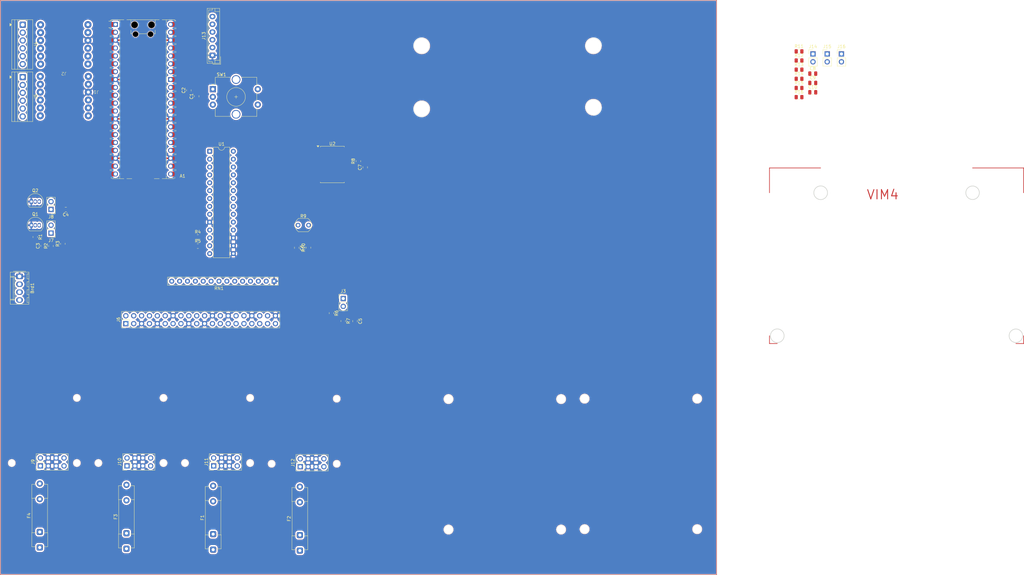
<source format=kicad_pcb>
(kicad_pcb (version 20241229) (generator "pcbnew") (generator_version "9.0")
  (layers (0 "F.Cu" signal) (2 "B.Cu" signal) (13 "F.Paste" user) (15 "B.Paste" user) (5 "F.SilkS" user "F.Silkscreen") (7 "B.SilkS" user "B.Silkscreen") (1 "F.Mask" user) (3 "B.Mask" user) (25 "Edge.Cuts" user))
  (net 0 "")
  (net 3 "GND")
  (net 4 "Net-(A1-GPIO18)")
  (net 5 "PCA9685_SDA")
  (net 7 "Net-(A1-GPIO9)")
  (net 8 "Net-(A1-GPIO26_ADC0)")
  (net 10 "PICO_3V3")
  (net 11 "Net-(A1-GPIO7)")
  (net 12 "Net-(A1-GPIO4)")
  (net 15 "PCA9685_SCL")
  (net 17 "Net-(A1-GPIO27_ADC1)")
  (net 18 "Net-(A1-GPIO28_ADC2)")
  (net 21 "Net-(A1-GPIO20)")
  (net 23 "Net-(A1-GPIO5)")
  (net 24 "Net-(A1-GPIO2)")
  (net 25 "Net-(A1-GPIO21)")
  (net 26 "Net-(A1-GPIO3)")
  (net 27 "Net-(A1-GPIO8)")
  (net 28 "AGND")
  (net 32 "5V_BUCK")
  (net 35 "Net-(A1-GPIO6)")
  (net 41 "Net-(A1-GPIO19)")
  (net 43 "3v3")
  (net 44 "Net-(J7-Pin_1)")
  (net 45 "Net-(J8-Pin_1)")
  (net 46 "Net-(J14-Pin_2)")
  (net 47 "9V_BUCK")
  (net 48 "12V_BUCK")
  (net 49 "3V_BUCK")
  (net 50 "Net-(J11-Pin_1)")
  (net 51 "Net-(J1-Pin_8)")
  (net 52 "Net-(J1-Pin_9)")
  (net 53 "Net-(J1-Pin_10)")
  (net 54 "Net-(J1-Pin_7)")
  (net 55 "Net-(J2-Pin_9)")
  (net 56 "Net-(J2-Pin_10)")
  (net 57 "Net-(J2-Pin_7)")
  (net 58 "Net-(J2-Pin_8)")
  (net 59 "Net-(J3-Pin_2)")
  (net 60 "Net-(J2-Pin_12)")
  (net 61 "Net-(J2-Pin_11)")
  (net 62 "Net-(J1-Pin_11)")
  (net 63 "Net-(J1-Pin_12)")
  (net 67 "DOOR-R")
  (net 68 "COLL{slash}SORT(en{slash}dis)")
  (net 70 "DOOR-L")
  (net 72 "START")
  (net 73 "Net-(C6-Pad1)")
  (net 74 "SW-L-A")
  (net 75 "TOTEM-EXTEND")
  (net 76 "SW-L-B")
  (net 79 "GREEN")
  (net 81 "CP-R")
  (net 83 "HEADLIGHTS")
  (net 86 "RED")
  (net 89 "CP-L")
  (net 90 "SW-R-A")
  (net 91 "SW-R-B")
  (net 92 "STOP")
  (net 95 "Net-(J7-Pin_2)")
  (net 96 "Net-(J8-Pin_2)")
  (net 97 "Net-(RN1-R9)")
  (net 98 "Net-(RN1-R10)")
  (net 99 "Net-(RN1-R11)")
  (net 104 "Net-(J12-Pin_1)")
  (net 105 "Net-(J10-Pin_1)")
  (net 106 "Net-(J9-Pin_1)")
  (net 107 "MAIN_BUS")
  (net 113 "PIC_STATE")
  (net 120 "Net-(U2-Vpp{slash}~{MCLR}{slash}RA5)")
  (net 121 "LDR_ADC")
  (net 125 "Net-(J15-Pin_2)")
  (net 126 "Net-(J16-Pin_2)")
  (net 127 "CP-R-ENDSTOP1")
  (net 128 "CP-R-ENDSTOP0")
  (net 129 "CP-L-ENDSTOP1")
  (net 130 "CP-L-ENDSTOP0")
  (footprint "Fuse:Fuseholder_Clip-5x20mm_Schurter_CQM_Inline_P20.60x5.00mm_D1.00mm_Horizontal" (layer "F.Cu") (at 81.5086 189.7424 90)
    (property "Reference" "F1" (at 10.3 -3.5 90) (layer "F.SilkS"))
    (property "Value" "Fuse")
    (pad "1" thru_hole roundrect (at 0 0 90) (size 2 2) (drill 1) (layers "*.Cu" "*.Mask") (net 107 "MAIN_BUS"))
    (pad "1" thru_hole roundrect (at 5 0 90) (size 2 2) (drill 1) (layers "*.Cu" "*.Mask") (net 107 "MAIN_BUS"))
    (pad "2" thru_hole circle (at 15.6 0 90) (size 2 2) (drill 1) (layers "*.Cu" "*.Mask") (net 50 "Net-(J11-Pin_1)"))
    (pad "2" thru_hole circle (at 20.6 0 90) (size 2 2) (drill 1) (layers "*.Cu" "*.Mask") (net 50 "Net-(J11-Pin_1)"))
  )
  (footprint "Capacitor_SMD:C_0805_2012Metric" (layer "F.Cu") (at 130.556 66.4312 90)
    (property "Reference" "C7" (at 0 -1.68 90) (layer "F.SilkS"))
    (property "Value" "0.1uF")
    (pad "1" smd roundrect (at -0.95 0 90) (size 1 1.45) (layers "F.Cu" "F.Mask" "F.Paste") (net 3 "GND"))
    (pad "2" smd roundrect (at 0.95 0 90) (size 1 1.45) (layers "F.Cu" "F.Mask" "F.Paste") (net 49 "3V_BUCK"))
  )
  (footprint "Package_SO:SOIC-18W_7.5x11.6mm_P1.27mm" (layer "F.Cu") (at 119.97 65.532)
    (property "Reference" "U2" (at 0 -6.73 0) (layer "F.SilkS"))
    (property "Value" "PIC16F819-ISO")
    (pad "1" smd roundrect (at -4.65 -5.08) (size 2.05 0.6) (layers "F.Cu" "F.Mask" "F.Paste"))
    (pad "2" smd roundrect (at -4.65 -3.81) (size 2.05 0.6) (layers "F.Cu" "F.Mask" "F.Paste"))
    (pad "3" smd roundrect (at -4.65 -2.54) (size 2.05 0.6) (layers "F.Cu" "F.Mask" "F.Paste") (net 113 "PIC_STATE"))
    (pad "4" smd roundrect (at -4.65 -1.27) (size 2.05 0.6) (layers "F.Cu" "F.Mask" "F.Paste") (net 120 "Net-(U2-Vpp{slash}~{MCLR}{slash}RA5)"))
    (pad "5" smd roundrect (at -4.65 0) (size 2.05 0.6) (layers "F.Cu" "F.Mask" "F.Paste") (net 3 "GND"))
    (pad "6" smd roundrect (at -4.65 1.27) (size 2.05 0.6) (layers "F.Cu" "F.Mask" "F.Paste"))
    (pad "7" smd roundrect (at -4.65 2.54) (size 2.05 0.6) (layers "F.Cu" "F.Mask" "F.Paste"))
    (pad "8" smd roundrect (at -4.65 3.81) (size 2.05 0.6) (layers "F.Cu" "F.Mask" "F.Paste"))
    (pad "9" smd roundrect (at -4.65 5.08) (size 2.05 0.6) (layers "F.Cu" "F.Mask" "F.Paste"))
    (pad "10" smd roundrect (at 4.65 5.08) (size 2.05 0.6) (layers "F.Cu" "F.Mask" "F.Paste"))
    (pad "11" smd roundrect (at 4.65 3.81) (size 2.05 0.6) (layers "F.Cu" "F.Mask" "F.Paste"))
    (pad "12" smd roundrect (at 4.65 2.54) (size 2.05 0.6) (layers "F.Cu" "F.Mask" "F.Paste"))
    (pad "13" smd roundrect (at 4.65 1.27) (size 2.05 0.6) (layers "F.Cu" "F.Mask" "F.Paste"))
    (pad "14" smd roundrect (at 4.65 0) (size 2.05 0.6) (layers "F.Cu" "F.Mask" "F.Paste") (net 49 "3V_BUCK"))
    (pad "15" smd roundrect (at 4.65 -1.27) (size 2.05 0.6) (layers "F.Cu" "F.Mask" "F.Paste"))
    (pad "16" smd roundrect (at 4.65 -2.54) (size 2.05 0.6) (layers "F.Cu" "F.Mask" "F.Paste"))
    (pad "17" smd roundrect (at 4.65 -3.81) (size 2.05 0.6) (layers "F.Cu" "F.Mask" "F.Paste") (net 121 "LDR_ADC"))
    (pad "18" smd roundrect (at 4.65 -5.08) (size 2.05 0.6) (layers "F.Cu" "F.Mask" "F.Paste"))
  )
  (footprint "Module:RaspberryPi_Pico_Common_Unspecified" (layer "F.Cu") (at 58.89 44.45)
    (property "Reference" "A1" (at 11.7475 24.765 0) (layer "F.SilkS") (effects (justify left)))
    (property "Value" "RaspberryPi_Pico")
    (pad "" np_thru_hole circle (at -2.725 -24) (size 2.2 2.2) (drill 2.2) (layers "*.Mask"))
    (pad "" np_thru_hole circle (at -2.425 -20.97) (size 1.85 1.85) (drill 1.85) (layers "*.Mask"))
    (pad "" np_thru_hole circle (at 2.425 -20.97) (size 1.85 1.85) (drill 1.85) (layers "*.Mask"))
    (pad "" np_thru_hole circle (at 2.725 -24) (size 2.2 2.2) (drill 2.2) (layers "*.Mask"))
    (pad "1" smd custom (at -9.69 -24.13) (size 1.6 0.8) (layers "F.Cu" "F.Mask") (options (clearance outline) (anchor rect)) (primitives (gr_circle (center 0.8 0) (end 1.6 0) (width 0) (fill yes)) (gr_poly (pts (xy -1.6 -0.6) (xy -1.6 0.6) (xy -1.4 0.8) (xy 0.8 0.8) (xy 0.8 -0.8) (xy -1.4 -0.8)) (width 0) (fill yes)) (gr_circle (center -1.4 -0.6) (end -1.2 -0.6) (width 0) (fill yes)) (gr_circle (center -1.4 0.6) (end -1.2 0.6) (width 0) (fill yes))))
    (pad "1" thru_hole roundrect (at -8.89 -24.13) (size 1.6 1.6) (drill 1) (layers "*.Cu" "*.Mask") (roundrect_rratio 0.125))
    (pad "2" smd roundrect (at -9.69 -21.59) (size 3.2 1.6) (layers "F.Cu" "F.Mask") (roundrect_rratio 0.5))
    (pad "2" thru_hole circle (at -8.89 -21.59) (size 1.6 1.6) (drill 1) (layers "*.Cu" "*.Mask"))
    (pad "3" smd custom (at -9.69 -19.05) (size 1.6 0.8) (layers "F.Cu" "F.Mask") (net 3 "GND") (options (clearance outline) (anchor rect)) (primitives (gr_circle (center -0.8 0) (end 0 0) (width 0) (fill yes)) (gr_poly (pts (xy 1.6 -0.6) (xy 1.6 0.6) (xy 1.4 0.8) (xy -0.8 0.8) (xy -0.8 -0.8) (xy 1.4 -0.8)) (width 0) (fill yes)) (gr_circle (center 1.4 -0.6) (end 1.6 -0.6) (width 0) (fill yes)) (gr_circle (center 1.4 0.6) (end 1.6 0.6) (width 0) (fill yes))))
    (pad "3" thru_hole custom (at -8.89 -19.05) (size 1.6 1.6) (drill 1) (layers "*.Cu" "*.Mask") (net 3 "GND") (options (clearance outline) (anchor circle)) (primitives (gr_poly (pts (xy 0.8 0.6) (xy 0.8 -0.6) (xy 0.6 -0.8) (xy 0 -0.8) (xy 0 0.8) (xy 0.6 0.8)) (width 0) (fill yes)) (gr_circle (center 0.6 0.6) (end 0.8 0.6) (width 0) (fill yes)) (gr_circle (center 0.6 -0.6) (end 0.8 -0.6) (width 0) (fill yes))))
    (pad "4" smd roundrect (at -9.69 -16.51) (size 3.2 1.6) (layers "F.Cu" "F.Mask") (roundrect_rratio 0.5) (net 24 "Net-(A1-GPIO2)"))
    (pad "4" thru_hole circle (at -8.89 -16.51) (size 1.6 1.6) (drill 1) (layers "*.Cu" "*.Mask") (net 24 "Net-(A1-GPIO2)"))
    (pad "5" smd roundrect (at -9.69 -13.97) (size 3.2 1.6) (layers "F.Cu" "F.Mask") (roundrect_rratio 0.5) (net 26 "Net-(A1-GPIO3)"))
    (pad "5" thru_hole circle (at -8.89 -13.97) (size 1.6 1.6) (drill 1) (layers "*.Cu" "*.Mask") (net 26 "Net-(A1-GPIO3)"))
    (pad "6" smd roundrect (at -9.69 -11.43) (size 3.2 1.6) (layers "F.Cu" "F.Mask") (roundrect_rratio 0.5) (net 12 "Net-(A1-GPIO4)"))
    (pad "6" thru_hole circle (at -8.89 -11.43) (size 1.6 1.6) (drill 1) (layers "*.Cu" "*.Mask") (net 12 "Net-(A1-GPIO4)"))
    (pad "7" smd roundrect (at -9.69 -8.89) (size 3.2 1.6) (layers "F.Cu" "F.Mask") (roundrect_rratio 0.5) (net 23 "Net-(A1-GPIO5)"))
    (pad "7" thru_hole circle (at -8.89 -8.89) (size 1.6 1.6) (drill 1) (layers "*.Cu" "*.Mask") (net 23 "Net-(A1-GPIO5)"))
    (pad "8" smd custom (at -9.69 -6.35) (size 1.6 0.8) (layers "F.Cu" "F.Mask") (net 3 "GND") (options (clearance outline) (anchor rect)) (primitives (gr_circle (center -0.8 0) (end 0 0) (width 0) (fill yes)) (gr_poly (pts (xy 1.6 -0.6) (xy 1.6 0.6) (xy 1.4 0.8) (xy -0.8 0.8) (xy -0.8 -0.8) (xy 1.4 -0.8)) (width 0) (fill yes)) (gr_circle (center 1.4 -0.6) (end 1.6 -0.6) (width 0) (fill yes)) (gr_circle (center 1.4 0.6) (end 1.6 0.6) (width 0) (fill yes))))
    (pad "8" thru_hole custom (at -8.89 -6.35) (size 1.6 1.6) (drill 1) (layers "*.Cu" "*.Mask") (net 3 "GND") (options (clearance outline) (anchor circle)) (primitives (gr_poly (pts (xy 0.8 0.6) (xy 0.8 -0.6) (xy 0.6 -0.8) (xy 0 -0.8) (xy 0 0.8) (xy 0.6 0.8)) (width 0) (fill yes)) (gr_circle (center 0.6 0.6) (end 0.8 0.6) (width 0) (fill yes)) (gr_circle (center 0.6 -0.6) (end 0.8 -0.6) (width 0) (fill yes))))
    (pad "9" smd roundrect (at -9.69 -3.81) (size 3.2 1.6) (layers "F.Cu" "F.Mask") (roundrect_rratio 0.5) (net 35 "Net-(A1-GPIO6)"))
    (pad "9" thru_hole circle (at -8.89 -3.81) (size 1.6 1.6) (drill 1) (layers "*.Cu" "*.Mask") (net 35 "Net-(A1-GPIO6)"))
    (pad "10" smd roundrect (at -9.69 -1.27) (size 3.2 1.6) (layers "F.Cu" "F.Mask") (roundrect_rratio 0.5) (net 11 "Net-(A1-GPIO7)"))
    (pad "10" thru_hole circle (at -8.89 -1.27) (size 1.6 1.6) (drill 1) (layers "*.Cu" "*.Mask") (net 11 "Net-(A1-GPIO7)"))
    (pad "11" smd roundrect (at -9.69 1.27) (size 3.2 1.6) (layers "F.Cu" "F.Mask") (roundrect_rratio 0.5) (net 27 "Net-(A1-GPIO8)"))
    (pad "11" thru_hole circle (at -8.89 1.27) (size 1.6 1.6) (drill 1) (layers "*.Cu" "*.Mask") (net 27 "Net-(A1-GPIO8)"))
    (pad "12" smd roundrect (at -9.69 3.81) (size 3.2 1.6) (layers "F.Cu" "F.Mask") (roundrect_rratio 0.5) (net 7 "Net-(A1-GPIO9)"))
    (pad "12" thru_hole circle (at -8.89 3.81) (size 1.6 1.6) (drill 1) (layers "*.Cu" "*.Mask") (net 7 "Net-(A1-GPIO9)"))
    (pad "13" smd custom (at -9.69 6.35) (size 1.6 0.8) (layers "F.Cu" "F.Mask") (net 3 "GND") (options (clearance outline) (anchor rect)) (primitives (gr_circle (center -0.8 0) (end 0 0) (width 0) (fill yes)) (gr_poly (pts (xy 1.6 -0.6) (xy 1.6 0.6) (xy 1.4 0.8) (xy -0.8 0.8) (xy -0.8 -0.8) (xy 1.4 -0.8)) (width 0) (fill yes)) (gr_circle (center 1.4 -0.6) (end 1.6 -0.6) (width 0) (fill yes)) (gr_circle (center 1.4 0.6) (end 1.6 0.6) (width 0) (fill yes))))
    (pad "13" thru_hole custom (at -8.89 6.35) (size 1.6 1.6) (drill 1) (layers "*.Cu" "*.Mask") (net 3 "GND") (options (clearance outline) (anchor circle)) (primitives (gr_poly (pts (xy 0.8 0.6) (xy 0.8 -0.6) (xy 0.6 -0.8) (xy 0 -0.8) (xy 0 0.8) (xy 0.6 0.8)) (width 0) (fill yes)) (gr_circle (center 0.6 0.6) (end 0.8 0.6) (width 0) (fill yes)) (gr_circle (center 0.6 -0.6) (end 0.8 -0.6) (width 0) (fill yes))))
    (pad "14" smd roundrect (at -9.69 8.89) (size 3.2 1.6) (layers "F.Cu" "F.Mask") (roundrect_rratio 0.5))
    (pad "14" thru_hole circle (at -8.89 8.89) (size 1.6 1.6) (drill 1) (layers "*.Cu" "*.Mask"))
    (pad "15" smd roundrect (at -9.69 11.43) (size 3.2 1.6) (layers "F.Cu" "F.Mask") (roundrect_rratio 0.5) (net 15 "PCA9685_SCL"))
    (pad "15" thru_hole circle (at -8.89 11.43) (size 1.6 1.6) (drill 1) (layers "*.Cu" "*.Mask") (net 15 "PCA9685_SCL"))
    (pad "16" smd roundrect (at -9.69 13.97) (size 3.2 1.6) (layers "F.Cu" "F.Mask") (roundrect_rratio 0.5) (net 5 "PCA9685_SDA"))
    (pad "16" thru_hole circle (at -8.89 13.97) (size 1.6 1.6) (drill 1) (layers "*.Cu" "*.Mask") (net 5 "PCA9685_SDA"))
    (pad "17" smd roundrect (at -9.69 16.51) (size 3.2 1.6) (layers "F.Cu" "F.Mask") (roundrect_rratio 0.5))
    (pad "17" thru_hole circle (at -8.89 16.51) (size 1.6 1.6) (drill 1) (layers "*.Cu" "*.Mask"))
    (pad "18" smd custom (at -9.69 19.05) (size 1.6 0.8) (layers "F.Cu" "F.Mask") (net 3 "GND") (options (clearance outline) (anchor rect)) (primitives (gr_circle (center -0.8 0) (end 0 0) (width 0) (fill yes)) (gr_poly (pts (xy 1.6 -0.6) (xy 1.6 0.6) (xy 1.4 0.8) (xy -0.8 0.8) (xy -0.8 -0.8) (xy 1.4 -0.8)) (width 0) (fill yes)) (gr_circle (center 1.4 -0.6) (end 1.6 -0.6) (width 0) (fill yes)) (gr_circle (center 1.4 0.6) (end 1.6 0.6) (width 0) (fill yes))))
    (pad "18" thru_hole custom (at -8.89 19.05) (size 1.6 1.6) (drill 1) (layers "*.Cu" "*.Mask") (net 3 "GND") (options (clearance outline) (anchor circle)) (primitives (gr_poly (pts (xy 0.8 0.6) (xy 0.8 -0.6) (xy 0.6 -0.8) (xy 0 -0.8) (xy 0 0.8) (xy 0.6 0.8)) (width 0) (fill yes)) (gr_circle (center 0.6 0.6) (end 0.8 0.6) (width 0) (fill yes)) (gr_circle (center 0.6 -0.6) (end 0.8 -0.6) (width 0) (fill yes))))
    (pad "19" smd roundrect (at -9.69 21.59) (size 3.2 1.6) (layers "F.Cu" "F.Mask") (roundrect_rratio 0.5))
    (pad "19" thru_hole circle (at -8.89 21.59) (size 1.6 1.6) (drill 1) (layers "*.Cu" "*.Mask"))
    (pad "20" smd roundrect (at -9.69 24.13) (size 3.2 1.6) (layers "F.Cu" "F.Mask") (roundrect_rratio 0.5))
    (pad "20" thru_hole circle (at -8.89 24.13) (size 1.6 1.6) (drill 1) (layers "*.Cu" "*.Mask"))
    (pad "21" thru_hole circle (at 8.89 24.13) (size 1.6 1.6) (drill 1) (layers "*.Cu" "*.Mask"))
    (pad "21" smd roundrect (at 9.69 24.13) (size 3.2 1.6) (layers "F.Cu" "F.Mask") (roundrect_rratio 0.5))
    (pad "22" thru_hole circle (at 8.89 21.59) (size 1.6 1.6) (drill 1) (layers "*.Cu" "*.Mask"))
    (pad "22" smd roundrect (at 9.69 21.59) (size 3.2 1.6) (layers "F.Cu" "F.Mask") (roundrect_rratio 0.5))
    (pad "23" thru_hole custom (at 8.89 19.05) (size 1.6 1.6) (drill 1) (layers "*.Cu" "*.Mask") (net 3 "GND") (options (clearance outline) (anchor circle)) (primitives (gr_poly (pts (xy -0.8 0.6) (xy -0.8 -0.6) (xy -0.6 -0.8) (xy 0 -0.8) (xy 0 0.8) (xy -0.6 0.8)) (width 0) (fill yes)) (gr_circle (center -0.6 0.6) (end -0.4 0.6) (width 0) (fill yes)) (gr_circle (center -0.6 -0.6) (end -0.4 -0.6) (width 0) (fill yes))))
    (pad "23" smd custom (at 9.69 19.05) (size 1.6 0.8) (layers "F.Cu" "F.Mask") (net 3 "GND") (options (clearance outline) (anchor rect)) (primitives (gr_circle (center 0.8 0) (end 1.6 0) (width 0) (fill yes)) (gr_poly (pts (xy -1.6 -0.6) (xy -1.6 0.6) (xy -1.4 0.8) (xy 0.8 0.8) (xy 0.8 -0.8) (xy -1.4 -0.8)) (width 0) (fill yes)) (gr_circle (center -1.4 -0.6) (end -1.2 -0.6) (width 0) (fill yes)) (gr_circle (center -1.4 0.6) (end -1.2 0.6) (width 0) (fill yes))))
    (pad "24" thru_hole circle (at 8.89 16.51) (size 1.6 1.6) (drill 1) (layers "*.Cu" "*.Mask") (net 4 "Net-(A1-GPIO18)"))
    (pad "24" smd roundrect (at 9.69 16.51) (size 3.2 1.6) (layers "F.Cu" "F.Mask") (roundrect_rratio 0.5) (net 4 "Net-(A1-GPIO18)"))
    (pad "25" thru_hole circle (at 8.89 13.97) (size 1.6 1.6) (drill 1) (layers "*.Cu" "*.Mask") (net 41 "Net-(A1-GPIO19)"))
    (pad "25" smd roundrect (at 9.69 13.97) (size 3.2 1.6) (layers "F.Cu" "F.Mask") (roundrect_rratio 0.5) (net 41 "Net-(A1-GPIO19)"))
    (pad "26" thru_hole circle (at 8.89 11.43) (size 1.6 1.6) (drill 1) (layers "*.Cu" "*.Mask") (net 21 "Net-(A1-GPIO20)"))
    (pad "26" smd roundrect (at 9.69 11.43) (size 3.2 1.6) (layers "F.Cu" "F.Mask") (roundrect_rratio 0.5) (net 21 "Net-(A1-GPIO20)"))
    (pad "27" thru_hole circle (at 8.89 8.89) (size 1.6 1.6) (drill 1) (layers "*.Cu" "*.Mask") (net 25 "Net-(A1-GPIO21)"))
    (pad "27" smd roundrect (at 9.69 8.89) (size 3.2 1.6) (layers "F.Cu" "F.Mask") (roundrect_rratio 0.5) (net 25 "Net-(A1-GPIO21)"))
    (pad "28" thru_hole custom (at 8.89 6.35) (size 1.6 1.6) (drill 1) (layers "*.Cu" "*.Mask") (net 3 "GND") (options (clearance outline) (anchor circle)) (primitives (gr_poly (pts (xy -0.8 0.6) (xy -0.8 -0.6) (xy -0.6 -0.8) (xy 0 -0.8) (xy 0 0.8) (xy -0.6 0.8)) (width 0) (fill yes)) (gr_circle (center -0.6 0.6) (end -0.4 0.6) (width 0) (fill yes)) (gr_circle (center -0.6 -0.6) (end -0.4 -0.6) (width 0) (fill yes))))
    (pad "28" smd custom (at 9.69 6.35) (size 1.6 0.8) (layers "F.Cu" "F.Mask") (net 3 "GND") (options (clearance outline) (anchor rect)) (primitives (gr_circle (center 0.8 0) (end 1.6 0) (width 0) (fill yes)) (gr_poly (pts (xy -1.6 -0.6) (xy -1.6 0.6) (xy -1.4 0.8) (xy 0.8 0.8) (xy 0.8 -0.8) (xy -1.4 -0.8)) (width 0) (fill yes)) (gr_circle (center -1.4 -0.6) (end -1.2 -0.6) (width 0) (fill yes)) (gr_circle (center -1.4 0.6) (end -1.2 0.6) (width 0) (fill yes))))
    (pad "29" thru_hole circle (at 8.89 3.81) (size 1.6 1.6) (drill 1) (layers "*.Cu" "*.Mask"))
    (pad "29" smd roundrect (at 9.69 3.81) (size 3.2 1.6) (layers "F.Cu" "F.Mask") (roundrect_rratio 0.5))
    (pad "30" thru_hole circle (at 8.89 1.27) (size 1.6 1.6) (drill 1) (layers "*.Cu" "*.Mask"))
    (pad "30" smd roundrect (at 9.69 1.27) (size 3.2 1.6) (layers "F.Cu" "F.Mask") (roundrect_rratio 0.5))
    (pad "31" thru_hole circle (at 8.89 -1.27) (size 1.6 1.6) (drill 1) (layers "*.Cu" "*.Mask") (net 8 "Net-(A1-GPIO26_ADC0)"))
    (pad "31" smd roundrect (at 9.69 -1.27) (size 3.2 1.6) (layers "F.Cu" "F.Mask") (roundrect_rratio 0.5) (net 8 "Net-(A1-GPIO26_ADC0)"))
    (pad "32" thru_hole circle (at 8.89 -3.81) (size 1.6 1.6) (drill 1) (layers "*.Cu" "*.Mask") (net 17 "Net-(A1-GPIO27_ADC1)"))
    (pad "32" smd roundrect (at 9.69 -3.81) (size 3.2 1.6) (layers "F.Cu" "F.Mask") (roundrect_rratio 0.5) (net 17 "Net-(A1-GPIO27_ADC1)"))
    (pad "33" thru_hole custom (at 8.89 -6.35) (size 1.6 1.6) (drill 1) (layers "*.Cu" "*.Mask") (net 28 "AGND") (options (clearance outline) (anchor circle)) (primitives (gr_poly (pts (xy -0.8 0.6) (xy -0.8 -0.6) (xy -0.6 -0.8) (xy 0 -0.8) (xy 0 0.8) (xy -0.6 0.8)) (width 0) (fill yes)) (gr_circle (center -0.6 0.6) (end -0.4 0.6) (width 0) (fill yes)) (gr_circle (center -0.6 -0.6) (end -0.4 -0.6) (width 0) (fill yes))))
    (pad "33" smd custom (at 9.69 -6.35) (size 1.6 0.8) (layers "F.Cu" "F.Mask") (net 28 "AGND") (options (clearance outline) (anchor rect)) (primitives (gr_circle (center 0.8 0) (end 1.6 0) (width 0) (fill yes)) (gr_poly (pts (xy -1.6 -0.6) (xy -1.6 0.6) (xy -1.4 0.8) (xy 0.8 0.8) (xy 0.8 -0.8) (xy -1.4 -0.8)) (width 0) (fill yes)) (gr_circle (center -1.4 -0.6) (end -1.2 -0.6) (width 0) (fill yes)) (gr_circle (center -1.4 0.6) (end -1.2 0.6) (width 0) (fill yes))))
    (pad "34" thru_hole circle (at 8.89 -8.89) (size 1.6 1.6) (drill 1) (layers "*.Cu" "*.Mask") (net 18 "Net-(A1-GPIO28_ADC2)"))
    (pad "34" smd roundrect (at 9.69 -8.89) (size 3.2 1.6) (layers "F.Cu" "F.Mask") (roundrect_rratio 0.5) (net 18 "Net-(A1-GPIO28_ADC2)"))
    (pad "35" thru_hole circle (at 8.89 -11.43) (size 1.6 1.6) (drill 1) (layers "*.Cu" "*.Mask"))
    (pad "35" smd roundrect (at 9.69 -11.43) (size 3.2 1.6) (layers "F.Cu" "F.Mask") (roundrect_rratio 0.5))
    (pad "36" thru_hole circle (at 8.89 -13.97) (size 1.6 1.6) (drill 1) (layers "*.Cu" "*.Mask") (net 10 "PICO_3V3"))
    (pad "36" smd roundrect (at 9.69 -13.97) (size 3.2 1.6) (layers "F.Cu" "F.Mask") (roundrect_rratio 0.5) (net 10 "PICO_3V3"))
    (pad "37" thru_hole circle (at 8.89 -16.51) (size 1.6 1.6) (drill 1) (layers "*.Cu" "*.Mask"))
    (pad "37" smd roundrect (at 9.69 -16.51) (size 3.2 1.6) (layers "F.Cu" "F.Mask") (roundrect_rratio 0.5))
    (pad "38" thru_hole custom (at 8.89 -19.05) (size 1.6 1.6) (drill 1) (layers "*.Cu" "*.Mask") (net 3 "GND") (options (clearance outline) (anchor circle)) (primitives (gr_poly (pts (xy -0.8 0.6) (xy -0.8 -0.6) (xy -0.6 -0.8) (xy 0 -0.8) (xy 0 0.8) (xy -0.6 0.8)) (width 0) (fill yes)) (gr_circle (center -0.6 0.6) (end -0.4 0.6) (width 0) (fill yes)) (gr_circle (center -0.6 -0.6) (end -0.4 -0.6) (width 0) (fill yes))))
    (pad "38" smd custom (at 9.69 -19.05) (size 1.6 0.8) (layers "F.Cu" "F.Mask") (net 3 "GND") (options (clearance outline) (anchor rect)) (primitives (gr_circle (center 0.8 0) (end 1.6 0) (width 0) (fill yes)) (gr_poly (pts (xy -1.6 -0.6) (xy -1.6 0.6) (xy -1.4 0.8) (xy 0.8 0.8) (xy 0.8 -0.8) (xy -1.4 -0.8)) (width 0) (fill yes)) (gr_circle (center -1.4 -0.6) (end -1.2 -0.6) (width 0) (fill yes)) (gr_circle (center -1.4 0.6) (end -1.2 0.6) (width 0) (fill yes))))
    (pad "39" thru_hole circle (at 8.89 -21.59) (size 1.6 1.6) (drill 1) (layers "*.Cu" "*.Mask"))
    (pad "39" smd roundrect (at 9.69 -21.59) (size 3.2 1.6) (layers "F.Cu" "F.Mask") (roundrect_rratio 0.5))
    (pad "40" thru_hole circle (at 8.89 -24.13) (size 1.6 1.6) (drill 1) (layers "*.Cu" "*.Mask") (net 32 "5V_BUCK"))
    (pad "40" smd roundrect (at 9.69 -24.13) (size 3.2 1.6) (layers "F.Cu" "F.Mask") (roundrect_rratio 0.5) (net 32 "5V_BUCK"))
    (zone (net 0) (net_name "") (layers "F.Cu" "F.Paste") (name "Pad Keep Out TP6") (connect_pads (clearance 0)) (min_thickness 0.25)
      (keepout (tracks not_allowed) (vias not_allowed) (pads not_allowed) (copperpour not_allowed) (footprints allowed))
      (fill (thermal_gap 0.5) (thermal_bridge_width 0.5))
      (polygon (pts (xy 55.874455 34.397861) (xy 55.747833 34.363932) (xy 55.634306 34.298388) (xy 55.541612 34.205694) (xy 55.476068 34.092167) (xy 55.442139 33.965545) (xy 55.44 33.9) (xy 55.44 30.2) (xy 57.34 30.2) (xy 57.34 33.9) (xy 57.337861 33.965545) (xy 57.303932 34.092167) (xy 57.238388 34.205694) (xy 57.145694 34.298388) (xy 57.032167 34.363932) (xy 56.905545 34.397861) (xy 56.84 34.4) (xy 55.94 34.4)))
    )
    (zone (net 0) (net_name "") (layers "F.Cu" "F.Paste") (name "Pad Keep Out TP3") (connect_pads (clearance 0)) (min_thickness 0.25)
      (keepout (tracks not_allowed) (vias not_allowed) (pads not_allowed) (copperpour not_allowed) (footprints allowed))
      (fill (thermal_gap 0.5) (thermal_bridge_width 0.5))
      (polygon (pts (xy 56.942139 19.634455) (xy 56.976068 19.507833) (xy 57.041612 19.394306) (xy 57.134306 19.301612) (xy 57.247833 19.236068) (xy 57.374455 19.202139) (xy 57.44 19.2) (xy 57.89 19.2) (xy 57.89 21.1) (xy 57.44 21.1) (xy 57.374455 21.097861) (xy 57.247833 21.063932) (xy 57.134306 20.998388) (xy 57.041612 20.905694) (xy 56.976068 20.792167) (xy 56.942139 20.665545) (xy 56.94 20.6) (xy 56.94 19.7)))
    )
    (zone (net 0) (net_name "") (layers "F.Cu" "F.Paste") (name "Pad Keep Out TP4") (connect_pads (clearance 0)) (min_thickness 0.25)
      (keepout (tracks not_allowed) (vias not_allowed) (pads not_allowed) (copperpour not_allowed) (footprints allowed))
      (fill (thermal_gap 0.5) (thermal_bridge_width 0.5))
      (polygon (pts (xy 57.34 30.2) (xy 57.34 26.5) (xy 57.337861 26.434455) (xy 57.303933 26.307833) (xy 57.238388 26.194306) (xy 57.145694 26.101612) (xy 57.032167 26.036067) (xy 56.905545 26.002139) (xy 56.84 26) (xy 55.94 26) (xy 55.874455 26.002139) (xy 55.747833 26.036067) (xy 55.634306 26.101612) (xy 55.541612 26.194306) (xy 55.476067 26.307833) (xy 55.442139 26.434455) (xy 55.44 26.5) (xy 55.44 30.2)))
    )
    (zone (net 0) (net_name "") (layers "F.Cu" "F.Paste") (name "Pad Keep Out TP3") (connect_pads (clearance 0)) (min_thickness 0.25)
      (keepout (tracks not_allowed) (vias not_allowed) (pads not_allowed) (copperpour not_allowed) (footprints allowed))
      (fill (thermal_gap 0.5) (thermal_bridge_width 0.5))
      (polygon (pts (xy 57.89 21.1) (xy 58.34 21.1) (xy 58.405545 21.097861) (xy 58.532167 21.063933) (xy 58.645694 20.998388) (xy 58.738388 20.905694) (xy 58.803933 20.792167) (xy 58.837861 20.665545) (xy 58.84 20.6) (xy 58.84 19.7) (xy 58.837861 19.634455) (xy 58.803933 19.507833) (xy 58.738388 19.394306) (xy 58.645694 19.301612) (xy 58.532167 19.236067) (xy 58.405545 19.202139) (xy 58.34 19.2) (xy 57.89 19.2)))
    )
    (zone (net 0) (net_name "") (layers "F.Cu" "F.Paste") (name "Pad Keep Out TP1") (connect_pads (clearance 0)) (min_thickness 0.25)
      (keepout (tracks not_allowed) (vias not_allowed) (pads not_allowed) (copperpour not_allowed) (footprints allowed))
      (fill (thermal_gap 0.5) (thermal_bridge_width 0.5))
      (polygon (pts (xy 57.942139 22.934455) (xy 57.976068 22.807833) (xy 58.041612 22.694306) (xy 58.134306 22.601612) (xy 58.247833 22.536068) (xy 58.374455 22.502139) (xy 58.44 22.5) (xy 58.89 22.5) (xy 58.89 24.4) (xy 58.44 24.4) (xy 58.374455 24.397861) (xy 58.247833 24.363932) (xy 58.134306 24.298388) (xy 58.041612 24.205694) (xy 57.976068 24.092167) (xy 57.942139 23.965545) (xy 57.94 23.9) (xy 57.94 23)))
    )
    (zone (net 0) (net_name "") (layers "F.Cu" "F.Paste") (name "Pad Keep Out TP1") (connect_pads (clearance 0)) (min_thickness 0.25)
      (keepout (tracks not_allowed) (vias not_allowed) (pads not_allowed) (copperpour not_allowed) (footprints allowed))
      (fill (thermal_gap 0.5) (thermal_bridge_width 0.5))
      (polygon (pts (xy 58.89 24.4) (xy 59.34 24.4) (xy 59.405545 24.397861) (xy 59.532167 24.363933) (xy 59.645694 24.298388) (xy 59.738388 24.205694) (xy 59.803933 24.092167) (xy 59.837861 23.965545) (xy 59.84 23.9) (xy 59.84 23) (xy 59.837861 22.934455) (xy 59.803933 22.807833) (xy 59.738388 22.694306) (xy 59.645694 22.601612) (xy 59.532167 22.536067) (xy 59.405545 22.502139) (xy 59.34 22.5) (xy 58.89 22.5)))
    )
    (zone (net 0) (net_name "") (layers "F.Cu" "F.Paste") (name "Pad Keep Out TP2") (connect_pads (clearance 0)) (min_thickness 0.25)
      (keepout (tracks not_allowed) (vias not_allowed) (pads not_allowed) (copperpour not_allowed) (footprints allowed))
      (fill (thermal_gap 0.5) (thermal_bridge_width 0.5))
      (polygon (pts (xy 58.942139 19.649455) (xy 58.976068 19.522833) (xy 59.041612 19.409306) (xy 59.134306 19.316612) (xy 59.247833 19.251068) (xy 59.374455 19.217139) (xy 59.44 19.215) (xy 59.89 19.215) (xy 59.89 21.115) (xy 59.44 21.115) (xy 59.374455 21.112861) (xy 59.247833 21.078932) (xy 59.134306 21.013388) (xy 59.041612 20.920694) (xy 58.976068 20.807167) (xy 58.942139 20.680545) (xy 58.94 20.615) (xy 58.94 19.715)))
    )
    (zone (net 0) (net_name "") (layers "F.Cu" "F.Paste") (name "Pad Keep Out TP7") (connect_pads (clearance 0)) (min_thickness 0.25)
      (keepout (tracks not_allowed) (vias not_allowed) (pads not_allowed) (copperpour not_allowed) (footprints allowed))
      (fill (thermal_gap 0.5) (thermal_bridge_width 0.5))
      (polygon (pts (xy 58.942139 38.934455) (xy 58.976068 38.807833) (xy 59.041612 38.694306) (xy 59.134306 38.601612) (xy 59.247833 38.536068) (xy 59.374455 38.502139) (xy 59.44 38.5) (xy 59.89 38.5) (xy 59.89 40.4) (xy 59.44 40.4) (xy 59.374455 40.397861) (xy 59.247833 40.363932) (xy 59.134306 40.298388) (xy 59.041612 40.205694) (xy 58.976068 40.092167) (xy 58.942139 39.965545) (xy 58.94 39.9) (xy 58.94 39)))
    )
    (zone (net 0) (net_name "") (layers "F.Cu" "F.Paste") (name "Pad Keep Out TP2") (connect_pads (clearance 0)) (min_thickness 0.25)
      (keepout (tracks not_allowed) (vias not_allowed) (pads not_allowed) (copperpour not_allowed) (footprints allowed))
      (fill (thermal_gap 0.5) (thermal_bridge_width 0.5))
      (polygon (pts (xy 59.89 21.115) (xy 60.34 21.115) (xy 60.405545 21.112861) (xy 60.532167 21.078933) (xy 60.645694 21.013388) (xy 60.738388 20.920694) (xy 60.803933 20.807167) (xy 60.837861 20.680545) (xy 60.84 20.615) (xy 60.84 19.715) (xy 60.837861 19.649455) (xy 60.803933 19.522833) (xy 60.738388 19.409306) (xy 60.645694 19.316612) (xy 60.532167 19.251067) (xy 60.405545 19.217139) (xy 60.34 19.215) (xy 59.89 19.215)))
    )
    (zone (net 0) (net_name "") (layers "F.Cu" "F.Paste") (name "Pad Keep Out TP7") (connect_pads (clearance 0)) (min_thickness 0.25)
      (keepout (tracks not_allowed) (vias not_allowed) (pads not_allowed) (copperpour not_allowed) (footprints allowed))
      (fill (thermal_gap 0.5) (thermal_bridge_width 0.5))
      (polygon (pts (xy 59.89 40.4) (xy 60.34 40.4) (xy 60.405545 40.397861) (xy 60.532167 40.363933) (xy 60.645694 40.298388) (xy 60.738388 40.205694) (xy 60.803933 40.092167) (xy 60.837861 39.965545) (xy 60.84 39.9) (xy 60.84 39) (xy 60.837861 38.934455) (xy 60.803933 38.807833) (xy 60.738388 38.694306) (xy 60.645694 38.601612) (xy 60.532167 38.536067) (xy 60.405545 38.502139) (xy 60.34 38.5) (xy 59.89 38.5)))
    )
  )
  (footprint "Library:DRV8833" (layer "F.Cu") (at 42.7482 18.8468 180)
    (property "Reference" "J2" (at 9.3726 -17.3736 180) (layer "F.SilkS") (effects (font (thickness 0.1))))
    (property "Value" "DRV8833-0")
    (pad "1" thru_hole circle (at 1.6256 -14.2494 180) (size 2.3 2.3) (drill 1) (layers "*.Cu" "*.Mask") (net 23 "Net-(A1-GPIO5)"))
    (pad "2" thru_hole circle (at 1.6256 -11.7094 180) (size 2.3 2.3) (drill 1) (layers "*.Cu" "*.Mask") (net 12 "Net-(A1-GPIO4)"))
    (pad "3" thru_hole circle (at 1.6256 -9.1694 180) (size 2.3 2.3) (drill 1) (layers "*.Cu" "*.Mask") (net 48 "12V_BUCK"))
    (pad "4" thru_hole circle (at 1.6256 -6.6294 180) (size 2.3 2.3) (drill 1) (layers "*.Cu" "*.Mask") (net 3 "GND"))
    (pad "5" thru_hole circle (at 1.6256 -4.0894 180) (size 2.3 2.3) (drill 1) (layers "*.Cu" "*.Mask") (net 26 "Net-(A1-GPIO3)"))
    (pad "6" thru_hole circle (at 1.6256 -1.5494 180) (size 2.3 2.3) (drill 1) (layers "*.Cu" "*.Mask") (net 24 "Net-(A1-GPIO2)"))
    (pad "7" thru_hole circle (at 16.9164 -1.5748 180) (size 2.3 2.3) (drill 1) (layers "*.Cu" "*.Mask") (net 57 "Net-(J2-Pin_7)"))
    (pad "8" thru_hole circle (at 16.9164 -4.1148 180) (size 2.3 2.3) (drill 1) (layers "*.Cu" "*.Mask") (net 58 "Net-(J2-Pin_8)"))
    (pad "9" thru_hole circle (at 16.9164 -6.6548 180) (size 2.3 2.3) (drill 1) (layers "*.Cu" "*.Mask") (net 55 "Net-(J2-Pin_9)"))
    (pad "10" thru_hole circle (at 16.9164 -9.1948 180) (size 2.3 2.3) (drill 1) (layers "*.Cu" "*.Mask") (net 56 "Net-(J2-Pin_10)"))
    (pad "11" thru_hole circle (at 16.9164 -11.7348 180) (size 2.3 2.3) (drill 1) (layers "*.Cu" "*.Mask") (net 61 "Net-(J2-Pin_11)"))
    (pad "12" thru_hole circle (at 16.9164 -14.2748 180) (size 2.3 2.3) (drill 1) (layers "*.Cu" "*.Mask") (net 60 "Net-(J2-Pin_12)"))
  )
  (footprint "Capacitor_SMD:C_0805_2012Metric" (layer "F.Cu") (at 76.2 43.5 90)
    (property "Reference" "C1" (at 0 -1.68 90) (layer "F.SilkS"))
    (property "Value" "1uF")
    (pad "1" smd roundrect (at -0.95 0 90) (size 1 1.45) (layers "F.Cu" "F.Mask" "F.Paste") (net 8 "Net-(A1-GPIO26_ADC0)"))
    (pad "2" smd roundrect (at 0.95 0 90) (size 1 1.45) (layers "F.Cu" "F.Mask" "F.Paste") (net 28 "AGND"))
  )
  (footprint "TerminalBlock:TerminalBlock_Xinya_XY308-2.54-6P_1x06_P2.54mm_Horizontal" (layer "F.Cu") (at 20.07 20.425 -90)
    (property "Reference" "J4" (at 6.35 -4.22 90) (layer "F.SilkS"))
    (property "Value" "Screw_Terminal_01x06")
    (pad "1" thru_hole roundrect (at 0 0 270) (size 2 2) (drill 1.2) (layers "*.Cu" "*.Mask") (roundrect_rratio 0.125) (net 57 "Net-(J2-Pin_7)"))
    (pad "2" thru_hole circle (at 2.54 0 270) (size 2 2) (drill 1.2) (layers "*.Cu" "*.Mask") (net 58 "Net-(J2-Pin_8)"))
    (pad "3" thru_hole circle (at 5.08 0 270) (size 2 2) (drill 1.2) (layers "*.Cu" "*.Mask") (net 55 "Net-(J2-Pin_9)"))
    (pad "4" thru_hole circle (at 7.62 0 270) (size 2 2) (drill 1.2) (layers "*.Cu" "*.Mask") (net 56 "Net-(J2-Pin_10)"))
    (pad "5" thru_hole circle (at 10.16 0 270) (size 2 2) (drill 1.2) (layers "*.Cu" "*.Mask") (net 61 "Net-(J2-Pin_11)"))
    (pad "6" thru_hole circle (at 12.7 0 270) (size 2 2) (drill 1.2) (layers "*.Cu" "*.Mask") (net 60 "Net-(J2-Pin_12)"))
  )
  (footprint "Resistor_SMD:R_0805_2012Metric" (layer "F.Cu") (at 76.5575 88.9)
    (property "Reference" "R4" (at 0 -1.65 0) (layer "F.SilkS"))
    (property "Value" "2.7k")
    (pad "1" smd roundrect (at -0.9125 0) (size 1.025 1.4) (layers "F.Cu" "F.Mask" "F.Paste") (roundrect_rratio 0.243902) (net 43 "3v3"))
    (pad "2" smd roundrect (at 0.9125 0) (size 1.025 1.4) (layers "F.Cu" "F.Mask" "F.Paste") (roundrect_rratio 0.243902) (net 41 "Net-(A1-GPIO19)"))
  )
  (footprint "Package_TO_SOT_THT:TO-92_Inline" (layer "F.Cu") (at 22.86 77.47)
    (property "Reference" "Q2" (at 1.27 -3.56 0) (layer "F.SilkS"))
    (property "Value" "2N7000")
    (pad "1" thru_hole rect (at 0 0) (size 1.05 1.5) (drill 0.75) (layers "*.Cu" "*.Mask") (net 3 "GND"))
    (pad "2" thru_hole oval (at 1.27 0) (size 1.05 1.5) (drill 0.75) (layers "*.Cu" "*.Mask") (net 83 "HEADLIGHTS"))
    (pad "3" thru_hole oval (at 2.54 0) (size 1.05 1.5) (drill 0.75) (layers "*.Cu" "*.Mask") (net 96 "Net-(J8-Pin_2)"))
  )
  (footprint "Connector_PinHeader_2.54mm:PinHeader_2x20_P2.54mm_Vertical" (layer "F.Cu") (at 53.34 116.84 90)
    (property "Reference" "J6" (at 1.27 -2.38 90) (layer "F.SilkS"))
    (property "Value" "VIM4_HEADER")
    (pad "1" thru_hole rect (at 0 0 90) (size 1.7 1.7) (drill 1) (layers "*.Cu" "*.Mask"))
    (pad "2" thru_hole circle (at 2.54 0 90) (size 1.7 1.7) (drill 1) (layers "*.Cu" "*.Mask"))
    (pad "3" thru_hole circle (at 0 2.54 90) (size 1.7 1.7) (drill 1) (layers "*.Cu" "*.Mask"))
    (pad "4" thru_hole circle (at 2.54 2.54 90) (size 1.7 1.7) (drill 1) (layers "*.Cu" "*.Mask"))
    (pad "5" thru_hole circle (at 0 5.08 90) (size 1.7 1.7) (drill 1) (layers "*.Cu" "*.Mask") (net 3 "GND"))
    (pad "6" thru_hole circle (at 2.54 5.08 90) (size 1.7 1.7) (drill 1) (layers "*.Cu" "*.Mask"))
    (pad "7" thru_hole circle (at 0 7.62 90) (size 1.7 1.7) (drill 1) (layers "*.Cu" "*.Mask"))
    (pad "8" thru_hole circle (at 2.54 7.62 90) (size 1.7 1.7) (drill 1) (layers "*.Cu" "*.Mask"))
    (pad "9" thru_hole circle (at 0 10.16 90) (size 1.7 1.7) (drill 1) (layers "*.Cu" "*.Mask") (net 3 "GND"))
    (pad "10" thru_hole circle (at 2.54 10.16 90) (size 1.7 1.7) (drill 1) (layers "*.Cu" "*.Mask"))
    (pad "11" thru_hole circle (at 0 12.7 90) (size 1.7 1.7) (drill 1) (layers "*.Cu" "*.Mask"))
    (pad "12" thru_hole circle (at 2.54 12.7 90) (size 1.7 1.7) (drill 1) (layers "*.Cu" "*.Mask"))
    (pad "13" thru_hole circle (at 0 15.24 90) (size 1.7 1.7) (drill 1) (layers "*.Cu" "*.Mask") (net 72 "START"))
    (pad "14" thru_hole circle (at 2.54 15.24 90) (size 1.7 1.7) (drill 1) (layers "*.Cu" "*.Mask") (net 3 "GND"))
    (pad "15" thru_hole circle (at 0 17.78 90) (size 1.7 1.7) (drill 1) (layers "*.Cu" "*.Mask") (net 79 "GREEN"))
    (pad "16" thru_hole circle (at 2.54 17.78 90) (size 1.7 1.7) (drill 1) (layers "*.Cu" "*.Mask") (net 92 "STOP"))
    (pad "17" thru_hole circle (at 0 20.32 90) (size 1.7 1.7) (drill 1) (layers "*.Cu" "*.Mask") (net 3 "GND"))
    (pad "18" thru_hole circle (at 2.54 20.32 90) (size 1.7 1.7) (drill 1) (layers "*.Cu" "*.Mask") (net 86 "RED"))
    (pad "19" thru_hole circle (at 0 22.86 90) (size 1.7 1.7) (drill 1) (layers "*.Cu" "*.Mask"))
    (pad "20" thru_hole circle (at 2.54 22.86 90) (size 1.7 1.7) (drill 1) (layers "*.Cu" "*.Mask"))
    (pad "21" thru_hole circle (at 0 25.4 90) (size 1.7 1.7) (drill 1) (layers "*.Cu" "*.Mask") (net 3 "GND"))
    (pad "22" thru_hole circle (at 2.54 25.4 90) (size 1.7 1.7) (drill 1) (layers "*.Cu" "*.Mask") (net 68 "COLL{slash}SORT(en{slash}dis)"))
    (pad "23" thru_hole circle (at 0 27.94 90) (size 1.7 1.7) (drill 1) (layers "*.Cu" "*.Mask") (net 89 "CP-L"))
    (pad "24" thru_hole circle (at 2.54 27.94 90) (size 1.7 1.7) (drill 1) (layers "*.Cu" "*.Mask") (net 3 "GND"))
    (pad "25" thru_hole circle (at 0 30.48 90) (size 1.7 1.7) (drill 1) (layers "*.Cu" "*.Mask") (net 81 "CP-R"))
    (pad "26" thru_hole circle (at 2.54 30.48 90) (size 1.7 1.7) (drill 1) (layers "*.Cu" "*.Mask") (net 70 "DOOR-L"))
    (pad "27" thru_hole circle (at 0 33.02 90) (size 1.7 1.7) (drill 1) (layers "*.Cu" "*.Mask"))
    (pad "28" thru_hole circle (at 2.54 33.02 90) (size 1.7 1.7) (drill 1) (layers "*.Cu" "*.Mask") (net 3 "GND"))
    (pad "29" thru_hole circle (at 0 35.56 90) (size 1.7 1.7) (drill 1) (layers "*.Cu" "*.Mask") (net 67 "DOOR-R"))
    (pad "30" thru_hole circle (at 2.54 35.56 90) (size 1.7 1.7) (drill 1) (layers "*.Cu" "*.Mask") (net 83 "HEADLIGHTS"))
    (pad "31" thru_hole circle (at 0 38.1 90) (size 1.7 1.7) (drill 1) (layers "*.Cu" "*.Mask") (net 75 "TOTEM-EXTEND"))
    (pad "32" thru_hole circle (at 2.54 38.1 90) (size 1.7 1.7) (drill 1) (layers "*.Cu" "*.Mask") (net 113 "PIC_STATE"))
    (pad "33" thru_hole circle (at 0 40.64 90) (size 1.7 1.7) (drill 1) (layers "*.Cu" "*.Mask") (net 74 "SW-L-A"))
    (pad "34" thru_hole circle (at 2.54 40.64 90) (size 1.7 1.7) (drill 1) (layers "*.Cu" "*.Mask") (net 3 "GND"))
    (pad "35" thru_hole circle (at 0 43.18 90) (size 1.7 1.7) (drill 1) (layers "*.Cu" "*.Mask") (net 76 "SW-L-B"))
    (pad "36" thru_hole circle (at 2.54 43.18 90) (size 1.7 1.7) (drill 1) (layers "*.Cu" "*.Mask") (net 90 "SW-R-A"))
    (pad "37" thru_hole circle (at 0 45.72 90) (size 1.7 1.7) (drill 1) (layers "*.Cu" "*.Mask") (net 91 "SW-R-B"))
    (pad "38" thru_hole circle (at 2.54 45.72 90) (size 1.7 1.7) (drill 1) (layers "*.Cu" "*.Mask"))
    (pad "39" thru_hole circle (at 0 48.26 90) (size 1.7 1.7) (drill 1) (layers "*.Cu" "*.Mask"))
    (pad "40" thru_hole circle (at 2.54 48.26 90) (size 1.7 1.7) (drill 1) (layers "*.Cu" "*.Mask") (net 3 "GND"))
  )
  (footprint "Connector_PinHeader_2.54mm:PinHeader_1x02_P2.54mm_Vertical" (layer "F.Cu") (at 284.1678 29.845)
    (property "Reference" "J16" (at 0 -2.38 0) (layer "F.SilkS"))
    (property "Value" "Conn_01x02")
    (pad "1" thru_hole rect (at 0 0) (size 1.7 1.7) (drill 1) (layers "*.Cu" "*.Mask") (net 49 "3V_BUCK"))
    (pad "2" thru_hole circle (at 0 2.54) (size 1.7 1.7) (drill 1) (layers "*.Cu" "*.Mask") (net 126 "Net-(J16-Pin_2)"))
  )
  (footprint "Capacitor_SMD:C_0805_2012Metric" (layer "F.Cu") (at 108.4798 92.3646 -90)
    (property "Reference" "C6" (at 0 -1.68 90) (layer "F.SilkS"))
    (property "Value" "1uF")
    (pad "1" smd roundrect (at -0.95 0 270) (size 1 1.45) (layers "F.Cu" "F.Mask" "F.Paste") (net 73 "Net-(C6-Pad1)"))
    (pad "2" smd roundrect (at 0.95 0 270) (size 1 1.45) (layers "F.Cu" "F.Mask" "F.Paste") (net 3 "GND"))
  )
  (footprint "Capacitor_SMD:C_0805_2012Metric" (layer "F.Cu") (at 274.9178 39.205)
    (property "Reference" "C9" (at 0 -1.68 0) (layer "F.SilkS"))
    (property "Value" "1uF")
    (pad "1" smd roundrect (at -0.95 0) (size 1 1.45) (layers "F.Cu" "F.Mask" "F.Paste") (net 90 "SW-R-A"))
    (pad "2" smd roundrect (at 0.95 0) (size 1 1.45) (layers "F.Cu" "F.Mask" "F.Paste") (net 3 "GND"))
  )
  (footprint "Connector_PinHeader_2.54mm:PinHeader_1x02_P2.54mm_Vertical" (layer "F.Cu") (at 123.4694 108.7374)
    (property "Reference" "J3" (at 0 -2.38 0) (layer "F.SilkS"))
    (property "Value" "Conn_01x02")
    (pad "1" thru_hole rect (at 0 0) (size 1.7 1.7) (drill 1) (layers "*.Cu" "*.Mask") (net 49 "3V_BUCK"))
    (pad "2" thru_hole circle (at 0 2.54) (size 1.7 1.7) (drill 1) (layers "*.Cu" "*.Mask") (net 59 "Net-(J3-Pin_2)"))
  )
  (footprint "Connector_Molex:Molex_KK-254_AE-6410-04A_1x04_P2.54mm_Vertical" (layer "F.Cu") (at 19.05 101.6 -90)
    (property "Reference" "Brd1" (at 3.81 -4.12 90) (layer "F.SilkS"))
    (property "Value" "SSD1306")
    (pad "1" thru_hole roundrect (at 0 0 270) (size 1.74 2.19) (drill 1.19) (layers "*.Cu" "*.Mask") (roundrect_rratio 0.143678) (net 3 "GND"))
    (pad "2" thru_hole oval (at 2.54 0 270) (size 1.74 2.19) (drill 1.19) (layers "*.Cu" "*.Mask") (net 10 "PICO_3V3"))
    (pad "3" thru_hole oval (at 5.08 0 270) (size 1.74 2.19) (drill 1.19) (layers "*.Cu" "*.Mask") (net 25 "Net-(A1-GPIO21)"))
    (pad "4" thru_hole oval (at 7.62 0 270) (size 1.74 2.19) (drill 1.19) (layers "*.Cu" "*.Mask") (net 21 "Net-(A1-GPIO20)"))
  )
  (footprint "Connector_PinHeader_2.54mm:PinHeader_1x02_P2.54mm_Vertical" (layer "F.Cu") (at 29.21 80.01 180)
    (property "Reference" "J8" (at 0 -2.38 0) (layer "F.SilkS"))
    (property "Value" "Conn_01x02")
    (pad "1" thru_hole rect (at 0 0 180) (size 1.7 1.7) (drill 1) (layers "*.Cu" "*.Mask") (net 45 "Net-(J8-Pin_1)"))
    (pad "2" thru_hole circle (at 0 2.54 180) (size 1.7 1.7) (drill 1) (layers "*.Cu" "*.Mask") (net 96 "Net-(J8-Pin_2)"))
  )
  (footprint "Resistor_SMD:R_0805_2012Metric" (layer "F.Cu") (at 33.02 91.0825 90)
    (property "Reference" "R3" (at 0 -1.65 90) (layer "F.SilkS"))
    (property "Value" "220")
    (pad "1" smd roundrect (at -0.9125 0 90) (size 1.025 1.4) (layers "F.Cu" "F.Mask" "F.Paste") (roundrect_rratio 0.243902) (net 48 "12V_BUCK"))
    (pad "2" smd roundrect (at 0.9125 0 90) (size 1.025 1.4) (layers "F.Cu" "F.Mask" "F.Paste") (roundrect_rratio 0.243902) (net 45 "Net-(J8-Pin_1)"))
  )
  (footprint "Resistor_SMD:R_0805_2012Metric" (layer "F.Cu") (at 270.4878 40.825)
    (property "Reference" "R15" (at 0 -1.65 0) (layer "F.SilkS"))
    (property "Value" "220")
    (pad "1" smd roundrect (at -0.9125 0) (size 1.025 1.4) (layers "F.Cu" "F.Mask" "F.Paste") (roundrect_rratio 0.243902) (net 126 "Net-(J16-Pin_2)"))
    (pad "2" smd roundrect (at 0.9125 0) (size 1.025 1.4) (layers "F.Cu" "F.Mask" "F.Paste") (roundrect_rratio 0.243902) (net 91 "SW-R-B"))
  )
  (footprint "Rotary_Encoder:RotaryEncoder_Alps_EC12E-Switch_Vertical_H20mm_CircularMountingHoles" (layer "F.Cu") (at 81.4 41.2)
    (property "Reference" "SW1" (at 2.8 -4.7 0) (layer "F.SilkS"))
    (property "Value" "RotaryEncoder_Switch")
    (pad "" thru_hole circle (at 7.5 -3.1) (size 2.8 2.8) (drill 2.2) (layers "*.Cu" "*.Mask"))
    (pad "" thru_hole circle (at 7.5 8.1) (size 2.8 2.8) (drill 2.2) (layers "*.Cu" "*.Mask"))
    (pad "A" thru_hole rect (at 0 0) (size 2 2) (drill 1) (layers "*.Cu" "*.Mask") (net 8 "Net-(A1-GPIO26_ADC0)"))
    (pad "B" thru_hole circle (at 0 5) (size 2 2) (drill 1) (layers "*.Cu" "*.Mask") (net 17 "Net-(A1-GPIO27_ADC1)"))
    (pad "C" thru_hole circle (at 0 2.5) (size 2 2) (drill 1) (layers "*.Cu" "*.Mask") (net 28 "AGND"))
    (pad "S1" thru_hole circle (at 14.5 0) (size 2 2) (drill 1) (layers "*.Cu" "*.Mask") (net 18 "Net-(A1-GPIO28_ADC2)"))
    (pad "S2" thru_hole circle (at 14.5 5) (size 2 2) (drill 1) (layers "*.Cu" "*.Mask") (net 28 "AGND"))
  )
  (footprint "Capacitor_SMD:C_0805_2012Metric" (layer "F.Cu") (at 33.97 80.01 180)
    (property "Reference" "C4" (at 0 -1.68 0) (layer "F.SilkS"))
    (property "Value" "1uF")
    (pad "1" smd roundrect (at -0.95 0 180) (size 1 1.45) (layers "F.Cu" "F.Mask" "F.Paste") (net 3 "GND"))
    (pad "2" smd roundrect (at 0.95 0 180) (size 1 1.45) (layers "F.Cu" "F.Mask" "F.Paste") (net 45 "Net-(J8-Pin_1)"))
  )
  (footprint "Resistor_SMD:R_0805_2012Metric" (layer "F.Cu") (at 128.3462 64.4379 90)
    (property "Reference" "R8" (at 0 -1.65 90) (layer "F.SilkS"))
    (property "Value" "10k")
    (pad "1" smd roundrect (at -0.9125 0 90) (size 1.025 1.4) (layers "F.Cu" "F.Mask" "F.Paste") (roundrect_rratio 0.243902) (net 49 "3V_BUCK"))
    (pad "2" smd roundrect (at 0.9125 0 90) (size 1.025 1.4) (layers "F.Cu" "F.Mask" "F.Paste") (roundrect_rratio 0.243902) (net 120 "Net-(U2-Vpp{slash}~{MCLR}{slash}RA5)"))
  )
  (footprint "Fuse:Fuseholder_Clip-5x20mm_Schurter_CQM_Inline_P20.60x5.00mm_D1.00mm_Horizontal" (layer "F.Cu") (at 53.5432 189.4462 90)
    (property "Reference" "F3" (at 10.3 -3.5 90) (layer "F.SilkS"))
    (property "Value" "Fuse")
    (pad "1" thru_hole roundrect (at 0 0 90) (size 2 2) (drill 1) (layers "*.Cu" "*.Mask") (net 107 "MAIN_BUS"))
    (pad "1" thru_hole roundrect (at 5 0 90) (size 2 2) (drill 1) (layers "*.Cu" "*.Mask") (net 107 "MAIN_BUS"))
    (pad "2" thru_hole circle (at 15.6 0 90) (size 2 2) (drill 1) (layers "*.Cu" "*.Mask") (net 105 "Net-(J10-Pin_1)"))
    (pad "2" thru_hole circle (at 20.6 0 90) (size 2 2) (drill 1) (layers "*.Cu" "*.Mask") (net 105 "Net-(J10-Pin_1)"))
  )
  (footprint "Connector_PinHeader_2.54mm:PinHeader_1x02_P2.54mm_Vertical" (layer "F.Cu") (at 279.5778 29.845)
    (property "Reference" "J15" (at 0 -2.38 0) (layer "F.SilkS"))
    (property "Value" "Conn_01x02")
    (pad "1" thru_hole rect (at 0 0) (size 1.7 1.7) (drill 1) (layers "*.Cu" "*.Mask") (net 49 "3V_BUCK"))
    (pad "2" thru_hole circle (at 0 2.54) (size 1.7 1.7) (drill 1) (layers "*.Cu" "*.Mask") (net 125 "Net-(J15-Pin_2)"))
  )
  (footprint "Fuse:Fuseholder_Clip-5x20mm_Schurter_CQM_Inline_P20.60x5.00mm_D1.00mm_Horizontal" (layer "F.Cu") (at 25.5778 189.0398 90)
    (property "Reference" "F4" (at 10.3 -3.5 90) (layer "F.SilkS"))
    (property "Value" "Fuse")
    (pad "1" thru_hole roundrect (at 0 0 90) (size 2 2) (drill 1) (layers "*.Cu" "*.Mask") (net 107 "MAIN_BUS"))
    (pad "1" thru_hole roundrect (at 5 0 90) (size 2 2) (drill 1) (layers "*.Cu" "*.Mask") (net 107 "MAIN_BUS"))
    (pad "2" thru_hole circle (at 15.6 0 90) (size 2 2) (drill 1) (layers "*.Cu" "*.Mask") (net 106 "Net-(J9-Pin_1)"))
    (pad "2" thru_hole circle (at 20.6 0 90) (size 2 2) (drill 1) (layers "*.Cu" "*.Mask") (net 106 "Net-(J9-Pin_1)"))
  )
  (footprint "Resistor_SMD:R_0805_2012Metric" (layer "F.Cu") (at 112.2898 92.3271 90)
    (property "Reference" "R10" (at 0 -1.65 90) (layer "F.SilkS"))
    (property "Value" "10k")
    (pad "1" smd roundrect (at -0.9125 0 90) (size 1.025 1.4) (layers "F.Cu" "F.Mask" "F.Paste") (roundrect_rratio 0.243902) (net 121 "LDR_ADC"))
    (pad "2" smd roundrect (at 0.9125 0 90) (size 1.025 1.4) (layers "F.Cu" "F.Mask" "F.Paste") (roundrect_rratio 0.243902) (net 73 "Net-(C6-Pad1)"))
  )
  (footprint "Resistor_SMD:R_0805_2012Metric" (layer "F.Cu") (at 270.4878 31.975)
    (property "Reference" "R12" (at 0 -1.65 0) (layer "F.SilkS"))
    (property "Value" "10k")
    (pad "1" smd roundrect (at -0.9125 0) (size 1.025 1.4) (layers "F.Cu" "F.Mask" "F.Paste") (roundrect_rratio 0.243902) (net 76 "SW-L-B"))
    (pad "2" smd roundrect (at 0.9125 0) (size 1.025 1.4) (layers "F.Cu" "F.Mask" "F.Paste") (roundrect_rratio 0.243902) (net 3 "GND"))
  )
  (footprint "Capacitor_SMD:C_0805_2012Metric" (layer "F.Cu") (at 127.2794 116.0374 -90)
    (property "Reference" "C5" (at 0 -1.68 90) (layer "F.SilkS"))
    (property "Value" "1uF")
    (pad "1" smd roundrect (at -0.95 0 270) (size 1 1.45) (layers "F.Cu" "F.Mask" "F.Paste") (net 74 "SW-L-A"))
    (pad "2" smd roundrect (at 0.95 0 270) (size 1 1.45) (layers "F.Cu" "F.Mask" "F.Paste") (net 3 "GND"))
  )
  (footprint "Resistor_SMD:R_0805_2012Metric" (layer "F.Cu") (at 270.4878 37.875)
    (property "Reference" "R14" (at 0 -1.65 0) (layer "F.SilkS"))
    (property "Value" "10k")
    (pad "1" smd roundrect (at -0.9125 0) (size 1.025 1.4) (layers "F.Cu" "F.Mask" "F.Paste") (roundrect_rratio 0.243902) (net 90 "SW-R-A"))
    (pad "2" smd roundrect (at 0.9125 0) (size 1.025 1.4) (layers "F.Cu" "F.Mask" "F.Paste") (roundrect_rratio 0.243902) (net 3 "GND"))
  )
  (footprint "Capacitor_SMD:C_0805_2012Metric" (layer "F.Cu") (at 73.66 41.59 90)
    (property "Reference" "C2" (at 0 -1.68 90) (layer "F.SilkS"))
    (property "Value" "1uF")
    (pad "1" smd roundrect (at -0.95 0 90) (size 1 1.45) (layers "F.Cu" "F.Mask" "F.Paste") (net 17 "Net-(A1-GPIO27_ADC1)"))
    (pad "2" smd roundrect (at 0.95 0 90) (size 1 1.45) (layers "F.Cu" "F.Mask" "F.Paste") (net 28 "AGND"))
  )
  (footprint "Connector_PinHeader_2.54mm:PinHeader_1x02_P2.54mm_Vertical" (layer "F.Cu") (at 29.21 87.63 180)
    (property "Reference" "J7" (at 0 -2.38 0) (layer "F.SilkS"))
    (property "Value" "Conn_01x02")
    (pad "1" thru_hole rect (at 0 0 180) (size 1.7 1.7) (drill 1) (layers "*.Cu" "*.Mask") (net 44 "Net-(J7-Pin_1)"))
    (pad "2" thru_hole circle (at 0 2.54 180) (size 1.7 1.7) (drill 1) (layers "*.Cu" "*.Mask") (net 95 "Net-(J7-Pin_2)"))
  )
  (footprint "Connector_PinHeader_2.54mm:PinHeader_2x04_P2.54mm_Vertical" (layer "F.Cu") (at 81.661 162.7254 90)
    (property "Reference" "J11" (at 1.27 -2.38 90) (layer "F.SilkS"))
    (property "Value" "Conn_02x04_Counter_Clockwise")
    (pad "1" thru_hole rect (at 0 0 90) (size 1.7 1.7) (drill 1) (layers "*.Cu" "*.Mask") (net 50 "Net-(J11-Pin_1)"))
    (pad "2" thru_hole circle (at 2.54 0 90) (size 1.7 1.7) (drill 1) (layers "*.Cu" "*.Mask") (net 50 "Net-(J11-Pin_1)"))
    (pad "3" thru_hole circle (at 0 2.54 90) (size 1.7 1.7) (drill 1) (layers "*.Cu" "*.Mask") (net 3 "GND"))
    (pad "4" thru_hole circle (at 2.54 2.54 90) (size 1.7 1.7) (drill 1) (layers "*.Cu" "*.Mask") (net 3 "GND"))
    (pad "5" thru_hole circle (at 0 5.08 90) (size 1.7 1.7) (drill 1) (layers "*.Cu" "*.Mask") (net 3 "GND"))
    (pad "6" thru_hole circle (at 2.54 5.08 90) (size 1.7 1.7) (drill 1) (layers "*.Cu" "*.Mask") (net 3 "GND"))
    (pad "7" thru_hole circle (at 0 7.62 90) (size 1.7 1.7) (drill 1) (layers "*.Cu" "*.Mask") (net 47 "9V_BUCK"))
    (pad "8" thru_hole circle (at 2.54 7.62 90) (size 1.7 1.7) (drill 1) (layers "*.Cu" "*.Mask") (net 47 "9V_BUCK"))
  )
  (footprint "Resistor_SMD:R_0805_2012Metric" (layer "F.Cu") (at 29.21 91.7975 90)
    (property "Reference" "R2" (at 0 -1.65 90) (layer "F.SilkS"))
    (property "Value" "220")
    (pad "1" smd roundrect (at -0.9125 0 90) (size 1.025 1.4) (layers "F.Cu" "F.Mask" "F.Paste") (roundrect_rratio 0.243902) (net 48 "12V_BUCK"))
    (pad "2" smd roundrect (at 0.9125 0 90) (size 1.025 1.4) (layers "F.Cu" "F.Mask" "F.Paste") (roundrect_rratio 0.243902) (net 44 "Net-(J7-Pin_1)"))
  )
  (footprint "Resistor_SMD:R_0805_2012Metric" (layer "F.Cu") (at 270.4878 34.925)
    (property "Reference" "R13" (at 0 -1.65 0) (layer "F.SilkS"))
    (property "Value" "220")
    (pad "1" smd roundrect (at -0.9125 0) (size 1.025 1.4) (layers "F.Cu" "F.Mask" "F.Paste") (roundrect_rratio 0.243902) (net 125 "Net-(J15-Pin_2)"))
    (pad "2" smd roundrect (at 0.9125 0) (size 1.025 1.4) (layers "F.Cu" "F.Mask" "F.Paste") (roundrect_rratio 0.243902) (net 90 "SW-R-A"))
  )
  (footprint "Capacitor_SMD:C_0805_2012Metric" (layer "F.Cu") (at 274.9178 42.215)
    (property "Reference" "C10" (at 0 -1.68 0) (layer "F.SilkS"))
    (property "Value" "1uF")
    (pad "1" smd roundrect (at -0.95 0) (size 1 1.45) (layers "F.Cu" "F.Mask" "F.Paste") (net 91 "SW-R-B"))
    (pad "2" smd roundrect (at 0.95 0) (size 1 1.45) (layers "F.Cu" "F.Mask" "F.Paste") (net 3 "GND"))
  )
  (footprint "Fuse:Fuseholder_Clip-5x20mm_Schurter_CQM_Inline_P20.60x5.00mm_D1.00mm_Horizontal" (layer "F.Cu") (at 109.474 190.0472 90)
    (property "Reference" "F2" (at 10.3 -3.5 90) (layer "F.SilkS"))
    (property "Value" "Fuse")
    (pad "1" thru_hole roundrect (at 0 0 90) (size 2 2) (drill 1) (layers "*.Cu" "*.Mask") (net 107 "MAIN_BUS"))
    (pad "1" thru_hole roundrect (at 5 0 90) (size 2 2) (drill 1) (layers "*.Cu" "*.Mask") (net 107 "MAIN_BUS"))
    (pad "2" thru_hole circle (at 15.6 0 90) (size 2 2) (drill 1) (layers "*.Cu" "*.Mask") (net 104 "Net-(J12-Pin_1)"))
    (pad "2" thru_hole circle (at 20.6 0 90) (size 2 2) (drill 1) (layers "*.Cu" "*.Mask") (net 104 "Net-(J12-Pin_1)"))
  )
  (footprint "Resistor_SMD:R_0805_2012Metric" (layer "F.Cu") (at 123.4694 115.9999 -90)
    (property "Reference" "R7" (at 0 -1.65 90) (layer "F.SilkS"))
    (property "Value" "10k")
    (pad "1" smd roundrect (at -0.9125 0 270) (size 1.025 1.4) (layers "F.Cu" "F.Mask" "F.Paste") (roundrect_rratio 0.243902) (net 74 "SW-L-A"))
    (pad "2" smd roundrect (at 0.9125 0 270) (size 1.025 1.4) (layers "F.Cu" "F.Mask" "F.Paste") (roundrect_rratio 0.243902) (net 3 "GND"))
  )
  (footprint "Capacitor_SMD:C_0805_2012Metric" (layer "F.Cu") (at 274.9178 36.195)
    (property "Reference" "C8" (at 0 -1.68 0) (layer "F.SilkS"))
    (property "Value" "1uF")
    (pad "1" smd roundrect (at -0.95 0) (size 1 1.45) (layers "F.Cu" "F.Mask" "F.Paste") (net 76 "SW-L-B"))
    (pad "2" smd roundrect (at 0.95 0) (size 1 1.45) (layers "F.Cu" "F.Mask" "F.Paste") (net 3 "GND"))
  )
  (footprint "Connector_PinHeader_2.54mm:PinHeader_1x02_P2.54mm_Vertical" (layer "F.Cu") (at 274.9878 29.845)
    (property "Reference" "J14" (at 0 -2.38 0) (layer "F.SilkS"))
    (property "Value" "Conn_01x02")
    (pad "1" thru_hole rect (at 0 0) (size 1.7 1.7) (drill 1) (layers "*.Cu" "*.Mask") (net 49 "3V_BUCK"))
    (pad "2" thru_hole circle (at 0 2.54) (size 1.7 1.7) (drill 1) (layers "*.Cu" "*.Mask") (net 46 "Net-(J14-Pin_2)"))
  )
  (footprint "Capacitor_SMD:C_0805_2012Metric" (layer "F.Cu") (at 26.67 91.76 90)
    (property "Reference" "C3" (at 0 -1.68 90) (layer "F.SilkS"))
    (property "Value" "1uF")
    (pad "1" smd roundrect (at -0.95 0 90) (size 1 1.45) (layers "F.Cu" "F.Mask" "F.Paste") (net 3 "GND"))
    (pad "2" smd roundrect (at 0.95 0 90) (size 1 1.45) (layers "F.Cu" "F.Mask" "F.Paste") (net 44 "Net-(J7-Pin_1)"))
  )
  (footprint "Package_TO_SOT_THT:TO-92_Inline" (layer "F.Cu") (at 22.86 85.09)
    (property "Reference" "Q1" (at 1.27 -3.56 0) (layer "F.SilkS"))
    (property "Value" "2N7000")
    (pad "1" thru_hole rect (at 0 0) (size 1.05 1.5) (drill 0.75) (layers "*.Cu" "*.Mask") (net 3 "GND"))
    (pad "2" thru_hole oval (at 1.27 0) (size 1.05 1.5) (drill 0.75) (layers "*.Cu" "*.Mask") (net 83 "HEADLIGHTS"))
    (pad "3" thru_hole oval (at 2.54 0) (size 1.05 1.5) (drill 0.75) (layers "*.Cu" "*.Mask") (net 95 "Net-(J7-Pin_2)"))
  )
  (footprint "Resistor_SMD:R_0805_2012Metric" (layer "F.Cu") (at 270.4878 29.025)
    (property "Reference" "R11" (at 0 -1.65 0) (layer "F.SilkS"))
    (property "Value" "220")
    (pad "1" smd roundrect (at -0.9125 0) (size 1.025 1.4) (layers "F.Cu" "F.Mask" "F.Paste") (roundrect_rratio 0.243902) (net 46 "Net-(J14-Pin_2)"))
    (pad "2" smd roundrect (at 0.9125 0) (size 1.025 1.4) (layers "F.Cu" "F.Mask" "F.Paste") (roundrect_rratio 0.243902) (net 76 "SW-L-B"))
  )
  (footprint "Connector_PinHeader_2.54mm:PinHeader_2x04_P2.54mm_Vertical" (layer "F.Cu") (at 53.721 162.7254 90)
    (property "Reference" "J10" (at 1.27 -2.38 90) (layer "F.SilkS"))
    (property "Value" "Conn_02x04_Counter_Clockwise")
    (pad "1" thru_hole rect (at 0 0 90) (size 1.7 1.7) (drill 1) (layers "*.Cu" "*.Mask") (net 105 "Net-(J10-Pin_1)"))
    (pad "2" thru_hole circle (at 2.54 0 90) (size 1.7 1.7) (drill 1) (layers "*.Cu" "*.Mask") (net 105 "Net-(J10-Pin_1)"))
    (pad "3" thru_hole circle (at 0 2.54 90) (size 1.7 1.7) (drill 1) (layers "*.Cu" "*.Mask") (net 3 "GND"))
    (pad "4" thru_hole circle (at 2.54 2.54 90) (size 1.7 1.7) (drill 1) (layers "*.Cu" "*.Mask") (net 3 "GND"))
    (pad "5" thru_hole circle (at 0 5.08 90) (size 1.7 1.7) (drill 1) (layers "*.Cu" "*.Mask") (net 3 "GND"))
    (pad "6" thru_hole circle (at 2.54 5.08 90) (size 1.7 1.7) (drill 1) (layers "*.Cu" "*.Mask") (net 3 "GND"))
    (pad "7" thru_hole circle (at 0 7.62 90) (size 1.7 1.7) (drill 1) (layers "*.Cu" "*.Mask") (net 32 "5V_BUCK"))
    (pad "8" thru_hole circle (at 2.54 7.62 90) (size 1.7 1.7) (drill 1) (layers "*.Cu" "*.Mask") (net 32 "5V_BUCK"))
  )
  (footprint "Connector_PinHeader_2.54mm:PinHeader_2x04_P2.54mm_Vertical" (layer "F.Cu") (at 25.781 162.7254 90)
    (property "Reference" "J9" (at 1.27 -2.38 90) (layer "F.SilkS"))
    (property "Value" "Conn_02x04_Counter_Clockwise")
    (pad "1" thru_hole rect (at 0 0 90) (size 1.7 1.7) (drill 1) (layers "*.Cu" "*.Mask") (net 106 "Net-(J9-Pin_1)"))
    (pad "2" thru_hole circle (at 2.54 0 90) (size 1.7 1.7) (drill 1) (layers "*.Cu" "*.Mask") (net 106 "Net-(J9-Pin_1)"))
    (pad "3" thru_hole circle (at 0 2.54 90) (size 1.7 1.7) (drill 1) (layers "*.Cu" "*.Mask") (net 3 "GND"))
    (pad "4" thru_hole circle (at 2.54 2.54 90) (size 1.7 1.7) (drill 1) (layers "*.Cu" "*.Mask") (net 3 "GND"))
    (pad "5" thru_hole circle (at 0 5.08 90) (size 1.7 1.7) (drill 1) (layers "*.Cu" "*.Mask") (net 3 "GND"))
    (pad "6" thru_hole circle (at 2.54 5.08 90) (size 1.7 1.7) (drill 1) (layers "*.Cu" "*.Mask") (net 3 "GND"))
    (pad "7" thru_hole circle (at 0 7.62 90) (size 1.7 1.7) (drill 1) (layers "*.Cu" "*.Mask") (net 49 "3V_BUCK"))
    (pad "8" thru_hole circle (at 2.54 7.62 90) (size 1.7 1.7) (drill 1) (layers "*.Cu" "*.Mask") (net 49 "3V_BUCK"))
  )
  (footprint "Resistor_SMD:R_0805_2012Metric" (layer "F.Cu") (at 76.5575 91.85)
    (property "Reference" "R5" (at 0 -1.65 0) (layer "F.SilkS"))
    (property "Value" "2.7k")
    (pad "1" smd roundrect (at -0.9125 0) (size 1.025 1.4) (layers "F.Cu" "F.Mask" "F.Paste") (roundrect_rratio 0.243902) (net 43 "3v3"))
    (pad "2" smd roundrect (at 0.9125 0) (size 1.025 1.4) (layers "F.Cu" "F.Mask" "F.Paste") (roundrect_rratio 0.243902) (net 4 "Net-(A1-GPIO18)"))
  )
  (footprint "Library:DRV8833" (layer "F.Cu") (at 42.8172 35.5161 180)
    (property "Reference" "J1" (at -0.9652 -6.6554 180) (layer "F.SilkS") (effects (font (thickness 0.1))))
    (property "Value" "DRV8833-1")
    (pad "1" thru_hole circle (at 1.5748 -14.2754 180) (size 2.3 2.3) (drill 1) (layers "*.Cu" "*.Mask") (net 7 "Net-(A1-GPIO9)"))
    (pad "2" thru_hole circle (at 1.5748 -11.7354 180) (size 2.3 2.3) (drill 1) (layers "*.Cu" "*.Mask") (net 27 "Net-(A1-GPIO8)"))
    (pad "3" thru_hole circle (at 1.5748 -9.1954 180) (size 2.3 2.3) (drill 1) (layers "*.Cu" "*.Mask") (net 48 "12V_BUCK"))
    (pad "4" thru_hole circle (at 1.5748 -6.6554 180) (size 2.3 2.3) (drill 1) (layers "*.Cu" "*.Mask") (net 3 "GND"))
    (pad "5" thru_hole circle (at 1.5748 -4.1154 180) (size 2.3 2.3) (drill 1) (layers "*.Cu" "*.Mask") (net 11 "Net-(A1-GPIO7)"))
    (pad "6" thru_hole circle (at 1.5748 -1.5754 180) (size 2.3 2.3) (drill 1) (layers "*.Cu" "*.Mask") (net 35 "Net-(A1-GPIO6)"))
    (pad "7" thru_hole circle (at 17.0688 -1.5754 180) (size 2.3 2.3) (drill 1) (layers "*.Cu" "*.Mask") (net 54 "Net-(J1-Pin_7)"))
    (pad "8" thru_hole circle (at 17.0688 -4.1154 180) (size 2.3 2.3) (drill 1) (layers "*.Cu" "*.Mask") (net 51 "Net-(J1-Pin_8)"))
    (pad "9" thru_hole circle (at 17.0688 -6.6554 180) (size 2.3 2.3) (drill 1) (layers "*.Cu" "*.Mask") (net 52 "Net-(J1-Pin_9)"))
    (pad "10" thru_hole circle (at 17.0688 -9.1954 180) (size 2.3 2.3) (drill 1) (layers "*.Cu" "*.Mask") (net 53 "Net-(J1-Pin_10)"))
    (pad "11" thru_hole circle (at 17.0688 -11.7354 180) (size 2.3 2.3) (drill 1) (layers "*.Cu" "*.Mask") (net 62 "Net-(J1-Pin_11)"))
    (pad "12" thru_hole circle (at 17.0688 -14.2754 180) (size 2.3 2.3) (drill 1) (layers "*.Cu" "*.Mask") (net 63 "Net-(J1-Pin_12)"))
  )
  (footprint "OptoDevice:R_LDR_5.1x4.3mm_P3.4mm_Vertical" (layer "F.Cu") (at 108.8898 85.0646)
    (property "Reference" "R9" (at 1.7 -2.9 0) (layer "F.SilkS"))
    (property "Value" "LDR07")
    (pad "1" thru_hole circle (at 0 0) (size 1.5 1.5) (drill 0.8) (layers "*.Cu" "*.Mask") (net 49 "3V_BUCK"))
    (pad "2" thru_hole circle (at 3.4 0) (size 1.5 1.5) (drill 0.8) (layers "*.Cu" "*.Mask") (net 121 "LDR_ADC"))
  )
  (footprint "Connector_PinHeader_2.54mm:PinHeader_2x04_P2.54mm_Vertical" (layer "F.Cu") (at 109.601 162.9744 90)
    (property "Reference" "J12" (at 1.27 -2.38 90) (layer "F.SilkS"))
    (property "Value" "Conn_02x04_Counter_Clockwise")
    (pad "1" thru_hole rect (at 0 0 90) (size 1.7 1.7) (drill 1) (layers "*.Cu" "*.Mask") (net 104 "Net-(J12-Pin_1)"))
    (pad "2" thru_hole circle (at 2.54 0 90) (size 1.7 1.7) (drill 1) (layers "*.Cu" "*.Mask") (net 104 "Net-(J12-Pin_1)"))
    (pad "3" thru_hole circle (at 0 2.54 90) (size 1.7 1.7) (drill 1) (layers "*.Cu" "*.Mask") (net 3 "GND"))
    (pad "4" thru_hole circle (at 2.54 2.54 90) (size 1.7 1.7) (drill 1) (layers "*.Cu" "*.Mask") (net 3 "GND"))
    (pad "5" thru_hole circle (at 0 5.08 90) (size 1.7 1.7) (drill 1) (layers "*.Cu" "*.Mask") (net 3 "GND"))
    (pad "6" thru_hole circle (at 2.54 5.08 90) (size 1.7 1.7) (drill 1) (layers "*.Cu" "*.Mask") (net 3 "GND"))
    (pad "7" thru_hole circle (at 0 7.62 90) (size 1.7 1.7) (drill 1) (layers "*.Cu" "*.Mask") (net 48 "12V_BUCK"))
    (pad "8" thru_hole circle (at 2.54 7.62 90) (size 1.7 1.7) (drill 1) (layers "*.Cu" "*.Mask") (net 48 "12V_BUCK"))
  )
  (footprint "Resistor_SMD:R_0805_2012Metric" (layer "F.Cu") (at 119.6594 113.4599 -90)
    (property "Reference" "R6" (at 0 -1.65 90) (layer "F.SilkS"))
    (property "Value" "220")
    (pad "1" smd roundrect (at -0.9125 0 270) (size 1.025 1.4) (layers "F.Cu" "F.Mask" "F.Paste") (roundrect_rratio 0.243902) (net 59 "Net-(J3-Pin_2)"))
    (pad "2" smd roundrect (at 0.9125 0 270) (size 1.025 1.4) (layers "F.Cu" "F.Mask" "F.Paste") (roundrect_rratio 0.243902) (net 74 "SW-L-A"))
  )
  (footprint "Resistor_SMD:R_0805_2012Metric" (layer "F.Cu") (at 24.13 88.9 -90)
    (property "Reference" "R1" (at 0 -1.65 90) (layer "F.SilkS"))
    (property "Value" "10k")
    (pad "1" smd roundrect (at -0.9125 0 270) (size 1.025 1.4) (layers "F.Cu" "F.Mask" "F.Paste") (roundrect_rratio 0.243902) (net 83 "HEADLIGHTS"))
    (pad "2" smd roundrect (at 0.9125 0 270) (size 1.025 1.4) (layers "F.Cu" "F.Mask" "F.Paste") (roundrect_rratio 0.243902) (net 3 "GND"))
  )
  (footprint "TerminalBlock:TerminalBlock_Xinya_XY308-2.54-6P_1x06_P2.54mm_Horizontal" (layer "F.Cu") (at 20.07 37.305 -90)
    (property "Reference" "J5" (at 6.35 -4.22 90) (layer "F.SilkS"))
    (property "Value" "Screw_Terminal_01x06")
    (pad "1" thru_hole roundrect (at 0 0 270) (size 2 2) (drill 1.2) (layers "*.Cu" "*.Mask") (roundrect_rratio 0.125) (net 54 "Net-(J1-Pin_7)"))
    (pad "2" thru_hole circle (at 2.54 0 270) (size 2 2) (drill 1.2) (layers "*.Cu" "*.Mask") (net 51 "Net-(J1-Pin_8)"))
    (pad "3" thru_hole circle (at 5.08 0 270) (size 2 2) (drill 1.2) (layers "*.Cu" "*.Mask") (net 52 "Net-(J1-Pin_9)"))
    (pad "4" thru_hole circle (at 7.62 0 270) (size 2 2) (drill 1.2) (layers "*.Cu" "*.Mask") (net 53 "Net-(J1-Pin_10)"))
    (pad "5" thru_hole circle (at 10.16 0 270) (size 2 2) (drill 1.2) (layers "*.Cu" "*.Mask") (net 62 "Net-(J1-Pin_11)"))
    (pad "6" thru_hole circle (at 12.7 0 270) (size 2 2) (drill 1.2) (layers "*.Cu" "*.Mask") (net 63 "Net-(J1-Pin_12)"))
  )
  (footprint "Resistor_THT:R_Array_SIP14" (layer "F.Cu") (at 101.1682 103.1494 180)
    (property "Reference" "RN1" (at 17.78 -2.31 0) (layer "F.SilkS"))
    (property "Value" "R_Network13_US")
    (pad "1" thru_hole rect (at 0 0 180) (size 1.6 1.6) (drill 0.8) (layers "*.Cu" "*.Mask") (net 3 "GND"))
    (pad "2" thru_hole circle (at 2.54 0 180) (size 1.6 1.6) (drill 0.8) (layers "*.Cu" "*.Mask") (net 129 "CP-L-ENDSTOP1"))
    (pad "3" thru_hole circle (at 5.08 0 180) (size 1.6 1.6) (drill 0.8) (layers "*.Cu" "*.Mask") (net 130 "CP-L-ENDSTOP0"))
    (pad "4" thru_hole circle (at 7.62 0 180) (size 1.6 1.6) (drill 0.8) (layers "*.Cu" "*.Mask") (net 75 "TOTEM-EXTEND"))
    (pad "5" thru_hole circle (at 10.16 0 180) (size 1.6 1.6) (drill 0.8) (layers "*.Cu" "*.Mask") (net 67 "DOOR-R"))
    (pad "6" thru_hole circle (at 12.7 0 180) (size 1.6 1.6) (drill 0.8) (layers "*.Cu" "*.Mask") (net 70 "DOOR-L"))
    (pad "7" thru_hole circle (at 15.24 0 180) (size 1.6 1.6) (drill 0.8) (layers "*.Cu" "*.Mask") (net 81 "CP-R"))
    (pad "8" thru_hole circle (at 17.78 0 180) (size 1.6 1.6) (drill 0.8) (layers "*.Cu" "*.Mask") (net 89 "CP-L"))
    (pad "9" thru_hole circle (at 20.32 0 180) (size 1.6 1.6) (drill 0.8) (layers "*.Cu" "*.Mask") (net 68 "COLL{slash}SORT(en{slash}dis)"))
    (pad "10" thru_hole circle (at 22.86 0 180) (size 1.6 1.6) (drill 0.8) (layers "*.Cu" "*.Mask") (net 97 "Net-(RN1-R9)"))
    (pad "11" thru_hole circle (at 25.4 0 180) (size 1.6 1.6) (drill 0.8) (layers "*.Cu" "*.Mask") (net 98 "Net-(RN1-R10)"))
    (pad "12" thru_hole circle (at 27.94 0 180) (size 1.6 1.6) (drill 0.8) (layers "*.Cu" "*.Mask") (net 99 "Net-(RN1-R11)"))
    (pad "13" thru_hole circle (at 30.48 0 180) (size 1.6 1.6) (drill 0.8) (layers "*.Cu" "*.Mask") (net 127 "CP-R-ENDSTOP1"))
    (pad "14" thru_hole circle (at 33.02 0 180) (size 1.6 1.6) (drill 0.8) (layers "*.Cu" "*.Mask") (net 128 "CP-R-ENDSTOP0"))
  )
  (footprint "Resistor_SMD:R_0805_2012Metric" (layer "F.Cu") (at 270.4878 43.775)
    (property "Reference" "R16" (at 0 -1.65 0) (layer "F.SilkS"))
    (property "Value" "10k")
    (pad "1" smd roundrect (at -0.9125 0) (size 1.025 1.4) (layers "F.Cu" "F.Mask" "F.Paste") (roundrect_rratio 0.243902) (net 91 "SW-R-B"))
    (pad "2" smd roundrect (at 0.9125 0) (size 1.025 1.4) (layers "F.Cu" "F.Mask" "F.Paste") (roundrect_rratio 0.243902) (net 3 "GND"))
  )
  (footprint "Package_DIP:DIP-28_W7.62mm" (layer "F.Cu") (at 80.396 61.2394)
    (property "Reference" "U1" (at 3.81 -2.33 0) (layer "F.SilkS"))
    (property "Value" "MCP23017_SP")
    (pad "1" thru_hole roundrect (at 0 0) (size 1.6 1.6) (drill 0.8) (layers "*.Cu" "*.Mask") (roundrect_rratio 0.15625) (net 128 "CP-R-ENDSTOP0"))
    (pad "2" thru_hole circle (at 0 2.54) (size 1.6 1.6) (drill 0.8) (layers "*.Cu" "*.Mask") (net 127 "CP-R-ENDSTOP1"))
    (pad "3" thru_hole circle (at 0 5.08) (size 1.6 1.6) (drill 0.8) (layers "*.Cu" "*.Mask") (net 99 "Net-(RN1-R11)"))
    (pad "4" thru_hole circle (at 0 7.62) (size 1.6 1.6) (drill 0.8) (layers "*.Cu" "*.Mask") (net 98 "Net-(RN1-R10)"))
    (pad "5" thru_hole circle (at 0 10.16) (size 1.6 1.6) (drill 0.8) (layers "*.Cu" "*.Mask") (net 97 "Net-(RN1-R9)"))
    (pad "6" thru_hole circle (at 0 12.7) (size 1.6 1.6) (drill 0.8) (layers "*.Cu" "*.Mask"))
    (pad "7" thru_hole circle (at 0 15.24) (size 1.6 1.6) (drill 0.8) (layers "*.Cu" "*.Mask"))
    (pad "8" thru_hole circle (at 0 17.78) (size 1.6 1.6) (drill 0.8) (layers "*.Cu" "*.Mask"))
    (pad "9" thru_hole circle (at 0 20.32) (size 1.6 1.6) (drill 0.8) (layers "*.Cu" "*.Mask") (net 43 "3v3"))
    (pad "10" thru_hole circle (at 0 22.86) (size 1.6 1.6) (drill 0.8) (layers "*.Cu" "*.Mask") (net 3 "GND"))
    (pad "11" thru_hole circle (at 0 25.4) (size 1.6 1.6) (drill 0.8) (layers "*.Cu" "*.Mask"))
    (pad "12" thru_hole circle (at 0 27.94) (size 1.6 1.6) (drill 0.8) (layers "*.Cu" "*.Mask") (net 41 "Net-(A1-GPIO19)"))
    (pad "13" thru_hole circle (at 0 30.48) (size 1.6 1.6) (drill 0.8) (layers "*.Cu" "*.Mask") (net 4 "Net-(A1-GPIO18)"))
    (pad "14" thru_hole circle (at 0 33.02) (size 1.6 1.6) (drill 0.8) (layers "*.Cu" "*.Mask"))
    (pad "15" thru_hole circle (at 7.62 33.02) (size 1.6 1.6) (drill 0.8) (layers "*.Cu" "*.Mask") (net 3 "GND"))
    (pad "16" thru_hole circle (at 7.62 30.48) (size 1.6 1.6) (drill 0.8) (layers "*.Cu" "*.Mask") (net 3 "GND"))
    (pad "17" thru_hole circle (at 7.62 27.94) (size 1.6 1.6) (drill 0.8) (layers "*.Cu" "*.Mask") (net 3 "GND"))
    (pad "18" thru_hole circle (at 7.62 25.4) (size 1.6 1.6) (drill 0.8) (layers "*.Cu" "*.Mask") (net 43 "3v3"))
    (pad "19" thru_hole circle (at 7.62 22.86) (size 1.6 1.6) (drill 0.8) (layers "*.Cu" "*.Mask"))
    (pad "20" thru_hole circle (at 7.62 20.32) (size 1.6 1.6) (drill 0.8) (layers "*.Cu" "*.Mask"))
    (pad "21" thru_hole circle (at 7.62 17.78) (size 1.6 1.6) (drill 0.8) (layers "*.Cu" "*.Mask") (net 68 "COLL{slash}SORT(en{slash}dis)"))
    (pad "22" thru_hole circle (at 7.62 15.24) (size 1.6 1.6) (drill 0.8) (layers "*.Cu" "*.Mask") (net 89 "CP-L"))
    (pad "23" thru_hole circle (at 7.62 12.7) (size 1.6 1.6) (drill 0.8) (layers "*.Cu" "*.Mask") (net 81 "CP-R"))
    (pad "24" thru_hole circle (at 7.62 10.16) (size 1.6 1.6) (drill 0.8) (layers "*.Cu" "*.Mask") (net 70 "DOOR-L"))
    (pad "25" thru_hole circle (at 7.62 7.62) (size 1.6 1.6) (drill 0.8) (layers "*.Cu" "*.Mask") (net 67 "DOOR-R"))
    (pad "26" thru_hole circle (at 7.62 5.08) (size 1.6 1.6) (drill 0.8) (layers "*.Cu" "*.Mask") (net 75 "TOTEM-EXTEND"))
    (pad "27" thru_hole circle (at 7.62 2.54) (size 1.6 1.6) (drill 0.8) (layers "*.Cu" "*.Mask") (net 130 "CP-L-ENDSTOP0"))
    (pad "28" thru_hole circle (at 7.62 0) (size 1.6 1.6) (drill 0.8) (layers "*.Cu" "*.Mask") (net 129 "CP-L-ENDSTOP1"))
  )
  (footprint "Connector_JST:JST_EH_B6B-EH-A_1x06_P2.50mm_Vertical" (layer "F.Cu") (at 81.28 30.28 90)
    (property "Reference" "J13" (at 6.25 -2.8 90) (layer "F.SilkS"))
    (property "Value" "Conn_PCA9685")
    (pad "1" thru_hole roundrect (at 0 0 90) (size 1.7 1.95) (drill 0.95) (layers "*.Cu" "*.Mask") (roundrect_rratio 0.147059) (net 3 "GND"))
    (pad "2" thru_hole oval (at 2.5 0 90) (size 1.7 1.95) (drill 0.95) (layers "*.Cu" "*.Mask"))
    (pad "3" thru_hole oval (at 5 0 90) (size 1.7 1.95) (drill 0.95) (layers "*.Cu" "*.Mask") (net 15 "PCA9685_SCL"))
    (pad "4" thru_hole oval (at 7.5 0 90) (size 1.7 1.95) (drill 0.95) (layers "*.Cu" "*.Mask") (net 5 "PCA9685_SDA"))
    (pad "5" thru_hole oval (at 10 0 90) (size 1.7 1.95) (drill 0.95) (layers "*.Cu" "*.Mask") (net 10 "PICO_3V3"))
    (pad "6" thru_hole oval (at 12.5 0 90) (size 1.7 1.95) (drill 0.95) (layers "*.Cu" "*.Mask") (net 32 "5V_BUCK"))
  )
  (gr_rect (start 12.8524 12.5476) (end 12.8524 197.7898) (stroke (width 0.2)) (fill no) (layer "F.Cu"))
  (gr_line (start 39.751 138.5954) (end 37.551 138.5954) (stroke (width 0.2)) (layer "F.Cu"))
  (gr_line (start 198.7804 186.2582) (end 201.3204 186.2328) (stroke (width 0.2)) (layer "F.Cu"))
  (gr_rect (start 12.8524 12.5476) (end 243.9162 197.7898) (stroke (width 0.2)) (fill no) (layer "F.Cu"))
  (gr_line (start 123.571 138.8494) (end 121.371 138.8494) (stroke (width 0.2)) (layer "F.Cu"))
  (gr_line (start 100.371 138.8494) (end 98.171 138.8494) (stroke (width 0.2)) (layer "F.Cu"))
  (gr_line (start 70.231 138.5954) (end 70.231 140.7954) (stroke (width 0.2)) (layer "F.Cu"))
  (gr_line (start 123.571 162.0494) (end 123.571 164.2494) (stroke (width 0.2)) (layer "F.Cu"))
  (gr_line (start 145.4912 27.2288) (end 145.5166 23.9268) (stroke (width 0.2)) (layer "F.Cu"))
  (gr_rect (start 243.9162 12.5476) (end 243.9162 197.7898) (stroke (width 0.2)) (fill no) (layer "F.Cu"))
  (gr_line (start 196.2912 138.0744) (end 196.2658 141.1732) (stroke (width 0.2)) (layer "F.Cu"))
  (gr_line (start 154.8892 186.3852) (end 154.8892 183.261) (stroke (width 0.2)) (layer "F.Cu"))
  (gr_line (start 14.351 161.7954) (end 14.351 163.9954) (stroke (width 0.2)) (layer "F.Cu"))
  (gr_line (start 154.8892 138.0744) (end 154.8892 141.1732) (stroke (width 0.2)) (layer "F.Cu"))
  (gr_line (start 240.1824 137.9474) (end 240.1824 141.0462) (stroke (width 0.2)) (layer "F.Cu"))
  (gr_line (start 14.351 138.5954) (end 14.351 140.7954) (stroke (width 0.2)) (layer "F.Cu"))
  (gr_line (start 198.7804 137.9474) (end 201.3204 137.9474) (stroke (width 0.2)) (layer "F.Cu"))
  (gr_line (start 196.2912 186.3598) (end 193.7512 186.3598) (stroke (width 0.2)) (layer "F.Cu"))
  (gr_line (start 154.8892 186.3852) (end 157.4292 186.3598) (stroke (width 0.2)) (layer "F.Cu"))
  (gr_line (start 196.2912 186.3598) (end 196.3166 183.261) (stroke (width 0.2)) (layer "F.Cu"))
  (gr_line (start 260.9596 123.2662) (end 263.4742 123.2662) (stroke (width 0.2)) (layer "F.Cu"))
  (gr_line (start 240.1824 186.2582) (end 240.1824 183.134) (stroke (width 0.2)) (layer "F.Cu"))
  (gr_line (start 44.491 163.9954) (end 42.291 163.9954) (stroke (width 0.2)) (layer "F.Cu"))
  (gr_line (start 207.7212 23.9268) (end 207.7212 27.2034) (stroke (width 0.2)) (layer "F.Cu"))
  (gr_line (start 16.551 138.5954) (end 14.351 138.5954) (stroke (width 0.2)) (layer "F.Cu"))
  (gr_line (start 154.8892 138.0744) (end 157.4292 138.0744) (stroke (width 0.2)) (layer "F.Cu"))
  (gr_line (start 342.9508 123.2662) (end 342.9508 120.7516) (stroke (width 0.2)) (layer "F.Cu"))
  (gr_line (start 145.4912 50.5968) (end 148.7932 50.5968) (stroke (width 0.2)) (layer "F.Cu"))
  (gr_line (start 240.1824 186.2582) (end 237.6424 186.2582) (stroke (width 0.2)) (layer "F.Cu"))
  (gr_line (start 42.291 161.7954) (end 42.291 163.9954) (stroke (width 0.2)) (layer "F.Cu"))
  (gr_line (start 67.691 138.5954) (end 67.691 140.7954) (stroke (width 0.2)) (layer "F.Cu"))
  (gr_line (start 72.431 138.5954) (end 70.231 138.5954) (stroke (width 0.2)) (layer "F.Cu"))
  (gr_line (start 95.631 138.5954) (end 95.631 140.7954) (stroke (width 0.2)) (layer "F.Cu"))
  (gr_line (start 95.631 161.7954) (end 95.631 163.9954) (stroke (width 0.2)) (layer "F.Cu"))
  (gr_line (start 204.1652 23.9268) (end 207.7212 23.9268) (stroke (width 0.2)) (layer "F.Cu"))
  (gr_line (start 67.691 138.5954) (end 65.491 138.5954) (stroke (width 0.2)) (layer "F.Cu"))
  (gr_line (start 260.9596 120.7516) (end 260.9596 123.2662) (stroke (width 0.2)) (layer "F.Cu"))
  (gr_line (start 42.291 138.5954) (end 42.291 140.7954) (stroke (width 0.2)) (layer "F.Cu"))
  (gr_line (start 240.1824 137.9474) (end 237.6424 137.9474) (stroke (width 0.2)) (layer "F.Cu"))
  (gr_line (start 39.751 161.7954) (end 39.751 163.9954) (stroke (width 0.2)) (layer "F.Cu"))
  (gr_line (start 39.751 163.9954) (end 37.551 163.9954) (stroke (width 0.2)) (layer "F.Cu"))
  (gr_line (start 95.631 138.5954) (end 93.431 138.5954) (stroke (width 0.2)) (layer "F.Cu"))
  (gr_line (start 342.9508 66.6242) (end 342.9508 74.6252) (stroke (width 0.2)) (layer "F.Cu"))
  (gr_line (start 123.571 164.2494) (end 121.371 164.2494) (stroke (width 0.2)) (layer "F.Cu"))
  (gr_line (start 260.9596 66.6242) (end 260.9596 74.6252) (stroke (width 0.2)) (layer "F.Cu"))
  (gr_line (start 67.691 163.9954) (end 65.491 163.9954) (stroke (width 0.2)) (layer "F.Cu"))
  (gr_line (start 277.458399 66.6242) (end 260.9596 66.6242) (stroke (width 0.2)) (layer "F.Cu"))
  (gr_line (start 198.7804 186.2582) (end 198.7804 183.134) (stroke (width 0.2)) (layer "F.Cu"))
  (gr_line (start 198.7804 137.9474) (end 198.7804 141.0462) (stroke (width 0.2)) (layer "F.Cu"))
  (gr_line (start 145.4912 50.5968) (end 145.4912 47.5488) (stroke (width 0.2)) (layer "F.Cu"))
  (gr_line (start 98.171 162.0494) (end 98.171 164.2494) (stroke (width 0.2)) (layer "F.Cu"))
  (gr_line (start 70.231 161.7954) (end 70.231 163.9954) (stroke (width 0.2)) (layer "F.Cu"))
  (gr_line (start 204.1652 50.5968) (end 207.7212 50.546) (stroke (width 0.2)) (layer "F.Cu"))
  (gr_line (start 67.691 161.7954) (end 67.691 163.9954) (stroke (width 0.2)) (layer "F.Cu"))
  (gr_line (start 196.2912 138.0744) (end 193.7512 138.0744) (stroke (width 0.2)) (layer "F.Cu"))
  (gr_line (start 39.751 138.5954) (end 39.751 140.7954) (stroke (width 0.2)) (layer "F.Cu"))
  (gr_line (start 100.371 164.2494) (end 98.171 164.2494) (stroke (width 0.2)) (layer "F.Cu"))
  (gr_line (start 16.551 163.9954) (end 14.351 163.9954) (stroke (width 0.2)) (layer "F.Cu"))
  (gr_line (start 342.9508 66.6242) (end 326.450808 66.6242) (stroke (width 0.2)) (layer "F.Cu"))
  (gr_line (start 207.7212 50.546) (end 207.7212 47.0408) (stroke (width 0.2)) (layer "F.Cu"))
  (gr_line (start 72.431 163.9954) (end 70.231 163.9954) (stroke (width 0.2)) (layer "F.Cu"))
  (gr_line (start 342.9508 123.2662) (end 340.4362 123.2662) (stroke (width 0.2)) (layer "F.Cu"))
  (gr_line (start 123.571 138.8494) (end 123.571 141.0494) (stroke (width 0.2)) (layer "F.Cu"))
  (gr_line (start 98.171 138.8494) (end 98.171 141.0494) (stroke (width 0.2)) (layer "F.Cu"))
  (gr_line (start 145.5166 23.9268) (end 148.7932 23.9268) (stroke (width 0.2)) (layer "F.Cu"))
  (gr_line (start 44.491 138.5954) (end 42.291 138.5954) (stroke (width 0.2)) (layer "F.Cu"))
  (gr_line (start 95.631 163.9954) (end 93.431 163.9954) (stroke (width 0.2)) (layer "F.Cu"))
  (gr_circle (center 326.4662 74.6252) (end 324.2818 74.6252) (stroke (width 0.2)) (fill no) (layer "Edge.Cuts"))
  (gr_circle (center 204.1652 27.2288) (end 206.1972 25.7048) (stroke (width 0.1)) (fill no) (layer "Edge.Cuts"))
  (gr_circle (center 340.4362 120.7516) (end 338.2518 120.777) (stroke (width 0.2)) (fill no) (layer "Edge.Cuts"))
  (gr_circle (center 193.7512 141.1732) (end 192.8622 142.3162) (stroke (width 0.1)) (fill no) (layer "Edge.Cuts"))
  (gr_circle (center 237.6444 141.0462) (end 236.7554 142.1892) (stroke (width 0.1)) (fill no) (layer "Edge.Cuts"))
  (gr_rect (start 12.8524 12.5476) (end 243.9162 197.7898) (stroke (width 0.1)) (fill no) (layer "Edge.Cuts"))
  (gr_circle (center 148.7932 27.2288) (end 150.3172 25.1968) (stroke (width 0.1)) (fill no) (layer "Edge.Cuts"))
  (gr_circle (center 121.371 162.0494) (end 121.371 163.1494) (stroke (width 0.1)) (fill no) (layer "Edge.Cuts"))
  (gr_circle (center 37.551 161.7954) (end 37.551 160.6934) (stroke (width 0.1)) (fill no) (layer "Edge.Cuts"))
  (gr_circle (center 157.4292 141.1732) (end 158.877 141.1732) (stroke (width 0.1)) (fill no) (layer "Edge.Cuts"))
  (gr_circle (center 72.431 161.7954) (end 72.431 160.6934) (stroke (width 0.1)) (fill no) (layer "Edge.Cuts"))
  (gr_circle (center 93.431 140.7954) (end 93.431 141.8974) (stroke (width 0.1)) (fill no) (layer "Edge.Cuts"))
  (gr_circle (center 65.491 140.7954) (end 65.491 141.8974) (stroke (width 0.1)) (fill no) (layer "Edge.Cuts"))
  (gr_circle (center 263.4742 120.7516) (end 263.4742 118.5418) (stroke (width 0.2)) (fill no) (layer "Edge.Cuts"))
  (gr_circle (center 37.551 140.7954) (end 37.551 139.6954) (stroke (width 0.1)) (fill no) (layer "Edge.Cuts"))
  (gr_circle (center 100.371 162.0494) (end 100.371 163.1494) (stroke (width 0.1)) (fill no) (layer "Edge.Cuts"))
  (gr_circle (center 237.6444 183.134) (end 237.6444 181.6862) (stroke (width 0.1)) (fill no) (layer "Edge.Cuts"))
  (gr_circle (center 201.3224 141.0462) (end 202.7702 141.0462) (stroke (width 0.1)) (fill no) (layer "Edge.Cuts"))
  (gr_circle (center 93.431 161.7954) (end 93.431 160.6934) (stroke (width 0.1)) (fill no) (layer "Edge.Cuts"))
  (gr_circle (center 157.4292 183.261) (end 158.877 183.261) (stroke (width 0.1)) (fill no) (layer "Edge.Cuts"))
  (gr_circle (center 65.491 161.7954) (end 65.659 160.6934) (stroke (width 0.1)) (fill no) (layer "Edge.Cuts"))
  (gr_circle (center 193.7512 183.261) (end 193.7512 181.8132) (stroke (width 0.1)) (fill no) (layer "Edge.Cuts"))
  (gr_circle (center 121.371 141.0494) (end 121.371 139.9494) (stroke (width 0.1)) (fill no) (layer "Edge.Cuts"))
  (gr_circle (center 148.7932 47.5488) (end 150.8252 46.0248) (stroke (width 0.1)) (fill no) (layer "Edge.Cuts"))
  (gr_circle (center 204.1652 47.0408) (end 205.6892 45.0088) (stroke (width 0.1)) (fill no) (layer "Edge.Cuts"))
  (gr_circle (center 201.3224 183.134) (end 202.7702 183.134) (stroke (width 0.1)) (fill no) (layer "Edge.Cuts"))
  (gr_circle (center 277.4696 74.6252) (end 279.6794 74.6252) (stroke (width 0.2)) (fill no) (layer "Edge.Cuts"))
  (gr_circle (center 44.491 161.7954) (end 44.491 160.6934) (stroke (width 0.1)) (fill no) (layer "Edge.Cuts"))
  (gr_circle (center 16.551 161.7954) (end 16.551 160.6934) (stroke (width 0.1)) (fill no) (layer "Edge.Cuts"))
  (gr_text "VIM4" (at 292.1508 76.9874 0) (layer "F.Cu") (effects (font (size 3 3) (thickness 0.3) (bold yes)) (justify left bottom)))
  (zone (net 3) (net_name "GND") (layer "F.Cu") (priority 1) (connect_pads (clearance 0.5)) (min_thickness 0.25) (fill yes (thermal_gap 0.5) (thermal_bridge_width 0.5))
    (polygon (pts (xy 243.9162 12.5476) (xy 243.9162 197.7898) (xy 12.8524 197.7898) (xy 12.8524 12.5476)))
  )
  (zone (net 3) (net_name "GND") (layers "F.Cu" "B.Cu") (connect_pads (clearance 0.5)) (min_thickness 0.25) (fill yes (thermal_gap 0.5) (thermal_bridge_width 0.5))
    (polygon (pts (xy 243.9162 12.5476) (xy 243.9162 197.7898) (xy 12.8524 197.7898) (xy 12.8524 12.5476)))
  )
)
</source>
